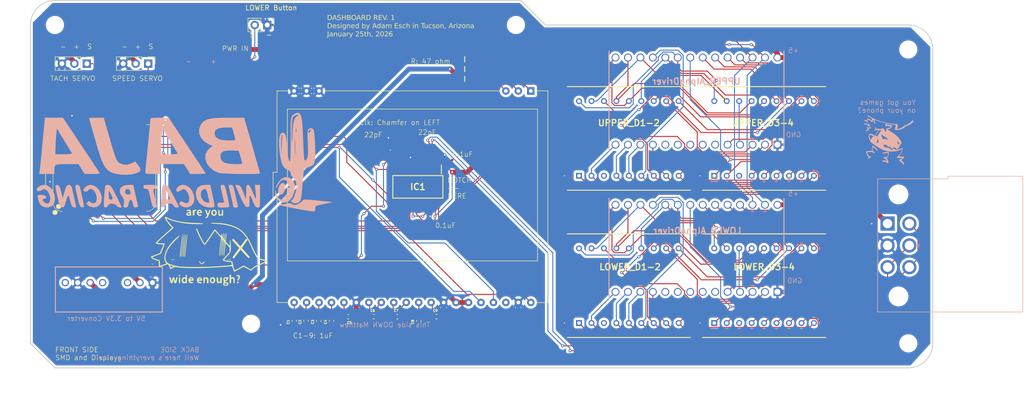
<source format=kicad_pcb>
(kicad_pcb (version 20241229) (generator "pcbnew") (generator_version "9.0")
  (layers (0 "F.Cu" signal) (2 "B.Cu" signal) (13 "F.Paste" user) (15 "B.Paste" user) (5 "F.SilkS" user "F.Silkscreen") (7 "B.SilkS" user "B.Silkscreen") (1 "F.Mask" user) (3 "B.Mask" user) (25 "Edge.Cuts" user))
  (net 0 "")
  (net 3 "ROW14_UPPER")
  (net 4 "SCL")
  (net 6 "ROW11_LOWER")
  (net 7 "ROW1_LOWER")
  (net 8 "COM_Digit1_LOWER")
  (net 9 "ROW6_LOWER")
  (net 10 "ROW13_LOWER")
  (net 11 "SDA")
  (net 12 "ROW8_LOWER")
  (net 13 "COM_Digit3_LOWER")
  (net 15 "ROW14_LOWER")
  (net 16 "COM_Digit4_LOWER")
  (net 18 "+5V")
  (net 19 "ROW4_LOWER")
  (net 21 "ROW0_LOWER")
  (net 22 "ROW9_LOWER")
  (net 23 "ROW10_LOWER")
  (net 24 "ROW12_LOWER")
  (net 25 "ROW7_LOWER")
  (net 26 "ROW5_LOWER")
  (net 27 "+3.3V")
  (net 29 "Net-(U3-V0)")
  (net 31 "SCK")
  (net 32 "SI")
  (net 33 "SO")
  (net 35 "Servo_Speed")
  (net 39 "Servo_Tach")
  (net 43 "COM_Digit2_LOWER")
  (net 44 "ROW2_LOWER")
  (net 45 "ROW3_LOWER")
  (net 46 "CAP2N")
  (net 47 "Net-(U3-CAP2P)")
  (net 48 "Net-(U3-CAP1P)")
  (net 49 "Net-(U3-CAP1N)")
  (net 50 "Net-(U3-CAP3P)")
  (net 52 "Net-(U3-V1)")
  (net 53 "Net-(U3-V2)")
  (net 54 "Net-(U3-V3)")
  (net 55 "Net-(U3-V4)")
  (net 56 "Net-(U3-VOUT)")
  (net 57 "CAN_OSC1")
  (net 58 "CAN_OSC2")
  (net 61 "CAN_CS")
  (net 63 "CAN_LOW")
  (net 65 "Net-(IC1-TXCAN)")
  (net 68 "Net-(IC1-RXCAN)")
  (net 69 "CAN_INT")
  (net 74 "CAN_HIGH")
  (net 75 "Net-(U3-A1+)")
  (net 76 "Net-(U3-A2+)")
  (net 77 "Net-(U3-A3+)")
  (net 78 "LCD_CS")
  (net 79 "LOWER_Button")
  (net 81 "COM_Digit1_UPPER")
  (net 82 "ROW0_UPPER")
  (net 85 "ROW2_UPPER")
  (net 86 "ROW9_UPPER")
  (net 87 "COM_Digit2_UPPER")
  (net 88 "ROW13_UPPER")
  (net 90 "ROW12_UPPER")
  (net 91 "ROW6_UPPER")
  (net 92 "COM_Digit3_UPPER")
  (net 93 "ROW3_UPPER")
  (net 95 "ROW5_UPPER")
  (net 96 "COM_Digit4_UPPER")
  (net 97 "ROW10_UPPER")
  (net 98 "ROW7_UPPER")
  (net 99 "ROW4_UPPER")
  (net 100 "ROW11_UPPER")
  (net 101 "ROW1_UPPER")
  (net 102 "ROW8_UPPER")
  (net 106 "GND")
  (footprint "MCP25625 - SSOP NEW CAN:SOP65P780X200-28N" (layer "F.Cu") (at 129.000325 96.045609 -90)
    (property "Reference" "IC1")
    (property "Value" "MCP25625-E_SS" (hide yes))
  )
  (footprint "YAGEO 1uF SMD Cap:CAPC1608X90" (layer "F.Cu") (at 103.810481 123.4 90)
    (property "Reference" "C1")
    (property "Value" "1uF")
  )
  (footprint "YAGEO 1uF SMD Cap:CAPC1608X90" (layer "F.Cu") (at 120.010481 122.55)
    (property "Reference" "C6")
    (property "Value" "1uF")
  )
  (footprint "TE 47ohm SMD Resistor:RESC2012X65N" (layer "F.Cu") (at 138.560481 72)
    (property "Reference" "R2" (hide yes))
    (property "Value" "47" (hide yes))
  )
  (footprint "YAGEO 1uF SMD Cap:CAPC1608X90" (layer "F.Cu") (at 114.810481 122.55 180)
    (property "Reference" "C5")
    (property "Value" "1uF")
  )
  (footprint "LOGO" (layer "F.Cu") (at 86 108.5)
    (property "Reference" "G***" (hide yes))
    (property "Value" "LOGO" (hide yes))
  )
  (footprint "YAGEO 1uF SMD Cap:CAPC1608X90" (layer "F.Cu") (at 124.810481 122.55)
    (property "Reference" "C7")
    (property "Value" "1uF")
  )
  (footprint "YAGEO 1uF SMD Cap:CAPC1608X90" (layer "F.Cu") (at 108.810481 123.4 90)
    (property "Reference" "C3")
    (property "Value" "1uF")
  )
  (footprint "MountingHole:MountingHole_3.2mm_M3" (layer "F.Cu") (at 149 63)
    (property "Reference" "REF**" (hide yes))
    (property "Value" "MountingHole_3.2mm_M3")
  )
  (footprint "Seeed Studio XIAO Series Library:XIAO-ESP32S3-SMD" (layer "F.Cu") (at 65.095481 92.167365 90)
    (property "Reference" "U1" (hide yes))
    (property "Value" "XIAO-ESP32-S3-SMD")
  )
  (footprint "YAGEO 0.1uF SMD Cap:CAPC0603X35N" (layer "F.Cu") (at 132.000325 103.045609 180)
    (property "Reference" "C12" (hide yes))
    (property "Value" "0.1 uF" (hide yes))
  )
  (footprint "Fiducial:Fiducial_0.75mm_Mask1.5mm" (layer "F.Cu") (at 224 67.5)
    (property "Reference" "REF**" (hide yes))
    (property "Value" "Fiducial_0.75mm_Mask1.5mm")
  )
  (footprint "Adafruit Dual Alphanumeric LED (Laptop):1908" (layer "F.Cu") (at 161.860325 93.777844)
    (property "Reference" "UPPER_D1-2")
    (property "Value" "2-digit Alphanumeric LED" (hide yes))
  )
  (footprint "TE 47ohm SMD Resistor:RESC2012X65N" (layer "F.Cu") (at 138.560481 74)
    (property "Reference" "R3" (hide yes))
    (property "Value" "47" (hide yes))
  )
  (footprint "Fiducial:Fiducial_0.75mm_Mask1.5mm" (layer "F.Cu") (at 225.5 128)
    (property "Reference" "REF**" (hide yes))
    (property "Value" "Fiducial_0.75mm_Mask1.5mm")
  )
  (footprint "YAGEO 0.1uF SMD Cap:CAPC0603X35N" (layer "F.Cu") (at 135.670325 90.545609 180)
    (property "Reference" "C11" (hide yes))
    (property "Value" "0.1 uF" (hide yes))
  )
  (footprint "Connector_PinHeader_2.54mm:PinHeader_1x02_P2.54mm_Vertical" (layer "F.Cu") (at 98.285481 63 -90)
    (property "Reference" "J6" (hide yes))
    (property "Value" "LOWER Button")
  )
  (footprint "TE 47ohm SMD Resistor:RESC2012X65N" (layer "F.Cu") (at 138.560481 70)
    (property "Reference" "R1" (hide yes))
    (property "Value" "47" (hide yes))
  )
  (footprint "YAGEO 1uF SMD Cap:CAPC1608X90" (layer "F.Cu") (at 132.810481 122.55)
    (property "Reference" "C9")
    (property "Value" "1uF")
  )
  (footprint "Fiducial:Fiducial_0.75mm_Mask1.5mm" (layer "F.Cu") (at 55 127.5)
    (property "Reference" "REF**" (hide yes))
    (property "Value" "Fiducial_0.75mm_Mask1.5mm")
  )
  (footprint "Adafruit Dual Alphanumeric LED (Laptop):1908" (layer "F.Cu") (at 189.440325 93.777844)
    (property "Reference" "UPPER_D3-4")
    (property "Value" "2-digit Alphanumeric LED" (hide yes))
  )
  (footprint "Fiducial:Fiducial_0.75mm_Mask1.5mm" (layer "F.Cu") (at 55 67.5)
    (property "Reference" "REF**" (hide yes))
    (property "Value" "Fiducial_0.75mm_Mask1.5mm" (hide yes))
  )
  (footprint "YAGEO 1uF SMD Cap:CAPC1608X90" (layer "F.Cu") (at 111.410481 123.4 90)
    (property "Reference" "C4")
    (property "Value" "1uF")
  )
  (footprint "KEMET 22pF SMD Cap:CAPC1608X87N" (layer "F.Cu") (at 129.500325 87.920609 -90)
    (property "Reference" "C14" (hide yes))
    (property "Value" "22 pF" (hide yes))
  )
  (footprint "MountingHole:MountingHole_3.2mm_M3" (layer "F.Cu") (at 55 63)
    (property "Reference" "REF**" (hide yes))
    (property "Value" "MountingHole_3.2mm_M3")
  )
  (footprint "ABM10AIG-16MHZ CRYSTAL:ABM10AIG16000MHZ4ZT3" (layer "F.Cu") (at 125.250325 87.920609)
    (property "Reference" "Y1" (hide yes))
    (property "Value" "ABM10AIG-16.000MHZ-4Z-T3" (hide yes))
  )
  (footprint "MountingHole:MountingHole_3.2mm_M3" (layer "F.Cu") (at 95 124)
    (property "Reference" "REF**" (hide yes))
    (property "Value" "MountingHole_3.2mm_M3")
  )
  (footprint "Display:EA_DOGM128-6" (layer "F.Cu") (at 152.030325 76.468109 -90)
    (property "Reference" "U3" (hide yes))
    (property "Value" "EA DOGM128W-6" (hide yes))
  )
  (footprint "KEMET 22pF SMD Cap:CAPC1608X87N" (layer "F.Cu") (at 121.000325 87.920609 90)
    (property "Reference" "C13" (hide yes))
    (property "Value" "22 pF" (hide yes))
  )
  (footprint "Adafruit Dual Alphanumeric LED (Laptop):1908" (layer "F.Cu") (at 161.860325 123.84)
    (property "Reference" "LOWER_D1-2")
    (property "Value" "2-digit Alphanumeric LED" (hide yes))
  )
  (footprint "YAGEO 1uF SMD Cap:CAPC1608X90" (layer "F.Cu") (at 129.210481 123.4 90)
    (property "Reference" "C8")
    (property "Value" "1uF")
  )
  (footprint "MountingHole:MountingHole_3.2mm_M3" (layer "F.Cu") (at 229 68)
    (property "Reference" "REF**" (hide yes))
    (property "Value" "MountingHole_3.2mm_M3")
  )
  (footprint "Connector_PinHeader_2.54mm:PinHeader_1x03_P2.54mm_Vertical" (layer "F.Cu") (at 74.010481 70.891001 -90)
    (property "Reference" "J2" (hide yes))
    (property "Value" "SPEED-SERVO" (hide yes))
  )
  (footprint "Connector_PinHeader_2.54mm:PinHeader_1x03_P2.54mm_Vertical" (layer "F.Cu") (at 61.510481 70.891001 -90)
    (property "Reference" "J1" (hide yes))
    (property "Value" "TACH-SERVO" (hide yes))
  )
  (footprint "MountingHole:MountingHole_3.2mm_M3" (layer "F.Cu") (at 229.010481 128)
    (property "Reference" "REF**" (hide yes))
    (property "Value" "MountingHole_3.2mm_M3")
  )
  (footprint "Adafruit Dual Alphanumeric LED (Laptop):1908" (layer "F.Cu") (at 189.440325 123.84)
    (property "Reference" "LOWER_D3-4")
    (property "Value" "2-digit Alphanumeric LED" (hide yes))
  )
  (footprint "YAGEO 1uF SMD Cap:CAPC1608X90" (layer "F.Cu") (at 106.210481 123.4 90)
    (property "Reference" "C2")
    (property "Value" "1uF")
  )
  (footprint "DTF13-6P:TE_DTF13-6P" (layer "B.Cu") (at 227 108 -90)
    (property "Reference" "J7" (hide yes))
    (property "Value" "DTF13-6P")
  )
  (footprint "BAJA SAE:Untitled" (layer "B.Cu") (at 81.5 91 180)
    (property "Reference" "G***" (hide yes))
    (property "Value" "LOGO" (hide yes))
  )
  (footprint "RS3K-053.3S_H3:RS3K0533SH3" (layer "B.Cu") (at 74.89 115.6 180)
    (property "Reference" "PS2" (hide yes))
    (property "Value" "RS3K-053.3S_H3" (hide yes))
  )
  (footprint "Adafruit HT16K33 Breakout (Laptop):DIP1778W100P254L3556H630Q28N" (layer "B.Cu") (at 185.810325 78.537844 90)
    (property "Reference" "UPPER_AlphaDriver")
    (property "Value" "Alphanumeric Driver UPPER" (hide yes))
  )
  (footprint "LOGO" (layer "B.Cu") (at 225 86.5 180)
    (property "Reference" "G***" (hide yes))
    (property "Value" "LOGO" (hide yes))
  )
  (footprint "Adafruit HT16K33 Breakout (Laptop):DIP1778W100P254L3556H630Q28N" (layer "B.Cu") (at 185.810325 108.6 90)
    (property "Reference" "LOWER_AlphaDriver")
    (property "Value" "Alphanumeric Driver LOWER" (hide yes))
  )
  (gr_line (start 229 63) (end 155 63) (stroke (width 0.2)) (layer "Edge.Cuts"))
  (gr_line (start 55 133) (end 229 133) (stroke (width 0.2)) (layer "Edge.Cuts"))
  (gr_arc (start 229 63) (mid 232.535534 64.464466) (end 234 68) (stroke (width 0.2)) (layer "Edge.Cuts"))
  (gr_line (start 150 58) (end 55 58) (stroke (width 0.2)) (layer "Edge.Cuts"))
  (gr_arc (start 234 128) (mid 232.535534 131.535534) (end 229 133) (stroke (width 0.2)) (layer "Edge.Cuts"))
  (gr_line (start 234 128) (end 234 68) (stroke (width 0.2)) (layer "Edge.Cuts"))
  (gr_line (start 50 128) (end 55 133) (stroke (width 0.2)) (layer "Edge.Cuts"))
  (gr_line (start 50 63) (end 50 128) (stroke (width 0.2)) (layer "Edge.Cuts"))
  (gr_line (start 155 63) (end 150 58) (stroke (width 0.2)) (layer "Edge.Cuts"))
  (gr_arc (start 50 63) (mid 51.464466 59.464466) (end 55 58) (stroke (width 0.2)) (layer "Edge.Cuts"))
  (gr_text "0.1uF" (at 136 90 0) (layer "F.SilkS") (effects (font (size 1 1) (thickness 0.1)) (justify left bottom)))
  (gr_text "SPEED SERVO" (at 66.613 74.5 0) (layer "F.SilkS") (effects (font (size 1 1) (thickness 0.1)) (justify left bottom)))
  (gr_text "TACH SERVO" (at 54 74.5 0) (layer "F.SilkS") (effects (font (size 1 1) (thickness 0.1)) (justify left bottom)))
  (gr_text "FRONT SIDE\nSMD and Displays" (at 55 131.5 0) (layer "F.SilkS") (effects (font (size 1 1) (thickness 0.1)) (justify left bottom)))
  (gr_text "0.1uF" (at 132.5 104.5 0) (layer "F.SilkS") (effects (font (size 1 1) (thickness 0.1)) (justify left bottom)))
  (gr_text "-  +  S" (at 68.5 68 0) (layer "F.SilkS") (effects (font (size 1 1) (thickness 0.1)) (justify left bottom)))
  (gr_text "PWR IN" (at 89 68.391001 0) (layer "F.SilkS") (effects (font (size 1 1) (thickness 0.1)) (justify left bottom)))
  (gr_text "-  +  S" (at 56 68 0) (layer "F.SilkS") (effects (font (size 1 1) (thickness 0.1)) (justify left bottom)))
  (gr_text "C1-9: 1uF" (at 103.5 127 0) (layer "F.SilkS") (effects (font (size 1 1) (thickness 0.1)) (justify left bottom)))
  (gr_text "R: 47 ohm" (at 127.5 71 0) (layer "F.SilkS") (effects (font (size 1 1) (thickness 0.1)) (justify left bottom)))
  (gr_text "22pF" (at 129 85.5 0) (layer "F.SilkS") (effects (font (size 1 1) (thickness 0.1)) (justify left bottom)))
  (gr_text "LOWER Button" (at 99.1 59.5 0) (layer "F.SilkS") (effects (font (size 1 1))))
  (gr_text "NOTCH \n<-\nHERE" (at 135 98.5 0) (layer "F.SilkS") (effects (font (size 1 1) (thickness 0.1)) (justify left bottom)))
  (gr_text "DASHBOARD REV. 1\nDesigned by Adam Esch in Tucson, Arizona\nJanuary 25th, 2026" (at 110.5 65.5 0) (layer "F.SilkS") (effects (font (size 1 1) (thickness 0.1)) (justify left bottom)))
  (gr_text "Clk: Chamfer on LEFT" (at 117 83.5 0) (layer "F.SilkS") (effects (font (size 1 1) (thickness 0.1)) (justify left bottom)))
  (gr_text "22pF" (at 118 86 0) (layer "F.SilkS") (effects (font (size 1 1) (thickness 0.1)) (justify left bottom)))
  (gr_text "S   -" (at 97.015481 65 0) (layer "F.SilkS") (effects (font (size 1 1))))
  (gr_text "GND" (at 207.2 86 0) (layer "B.SilkS") (effects (font (size 1 1) (thickness 0.1)) (justify left bottom mirror)))
  (gr_text "You got games \non your phone?" (at 230.6 81 0) (layer "B.SilkS") (effects (font (size 1 1) (thickness 0.1)) (justify left bottom mirror)))
  (gr_text "+5" (at 206.771429 98 0) (layer "B.SilkS") (effects (font (size 1 1) (thickness 0.1)) (justify left bottom mirror)))
  (gr_text "-     +" (at 81.6 70 180) (layer "B.SilkS") (effects (font (size 1 1) (thickness 0.1)) (justify left bottom mirror)))
  (gr_text "This side DOWN Matthew" (at 131.6 124.8 0) (layer "B.SilkS") (effects (font (size 1 1) (thickness 0.1)) (justify left bottom mirror)))
  (gr_text "GND" (at 207.449844 115.8 0) (layer "B.SilkS") (effects (font (size 1 1) (thickness 0.1)) (justify left bottom mirror)))
  (gr_text "+5" (at 206.771429 68.8 0) (layer "B.SilkS") (effects (font (size 1 1) (thickness 0.1)) (justify left bottom mirror)))
  (gr_text "BACK SIDE\nWell here's everything else" (at 84.5 131.5 0) (layer "B.SilkS") (effects (font (size 1 1) (thickness 0.1)) (justify left bottom mirror)))
  (gr_text "5V to 3.3V Converter" (at 73.5 123.5 0) (layer "B.SilkS") (effects (font (size 1 1) (thickness 0.1)) (justify left bottom mirror)))
  (segment (start 181.020325 95.157844) (end 210.061325 95.157844) (width 0.2) (layer "F.Cu") (net 3))
  (segment (start 176.920325 87.427844) (end 176.920325 91.057844) (width 0.2) (layer "F.Cu") (net 3))
  (segment (start 210.661325 94.557844) (end 210.661325 93.404637) (width 0.2) (layer "F.Cu") (net 3))
  (segment (start 210.133532 92.876844) (end 208.121325 92.876844) (width 0.2) (layer "F.Cu") (net 3))
  (segment (start 208.121325 92.876844) (end 207.220325 93.777844) (width 0.2) (layer "F.Cu") (net 3))
  (segment (start 210.661325 93.404637) (end 210.133532 92.876844) (width 0.2) (layer "F.Cu") (net 3))
  (segment (start 179.640325 93.777844) (end 181.020325 95.157844) (width 0.2) (layer "F.Cu") (net 3))
  (segment (start 176.920325 91.057844) (end 179.640325 93.777844) (width 0.2) (layer "F.Cu") (net 3))
  (segment (start 210.061325 95.157844) (end 210.661325 94.557844) (width 0.2) (layer "F.Cu") (net 3))
  (segment (start 140.010481 95.502) (end 167.510481 68.002) (width 0.2) (layer "F.Cu") (net 4))
  (segment (start 127.5 105.246609) (end 134.790689 105.246609) (width 0.2) (layer "F.Cu") (net 4))
  (segment (start 70.222481 100.228729) (end 74.091304 104.097552) (width 0.2) (layer "F.Cu") (net 4))
  (segment (start 134.790689 105.246609) (end 139.010481 101.026817) (width 0.2) (layer "F.Cu") (net 4))
  (segment (start 126.350943 104.097552) (end 127.5 105.246609) (width 0.2) (layer "F.Cu") (net 4))
  (segment (start 140.008481 95.502) (end 140.010481 95.502) (width 0.2) (layer "F.Cu") (net 4))
  (segment (start 74.091304 104.097552) (end 126.350943 104.097552) (width 0.2) (layer "F.Cu") (net 4))
  (segment (start 193.693481 66.101) (end 197.240325 69.647844) (width 0.2) (layer "F.Cu") (net 4))
  (segment (start 169.399 66.101) (end 193.693481 66.101) (width 0.2) (layer "F.Cu") (net 4))
  (segment (start 139.010481 96.5) (end 140.008481 95.502) (width 0.2) (layer "F.Cu") (net 4))
  (segment (start 167.510481 67.989519) (end 169.399 66.101) (width 0.2) (layer "F.Cu") (net 4))
  (segment (start 139.010481 101.026817) (end 139.010481 96.5) (width 0.2) (layer "F.Cu") (net 4))
  (segment (start 167.510481 68.002) (end 167.510481 67.989519) (width 0.2) (layer "F.Cu") (net 4))
  (segment (start 197.240325 69.647844) (end 193.556956 73.331213) (width 0.2) (layer "B.Cu") (net 4))
  (segment (start 193.556956 73.331213) (end 193.556956 94.556956) (width 0.2) (layer "B.Cu") (net 4))
  (segment (start 193.556956 94.556956) (end 197.240325 98.240325) (width 0.2) (layer "B.Cu") (net 4))
  (segment (start 197.240325 98.240325) (end 197.240325 99.71) (width 0.2) (layer "B.Cu") (net 4))
  (segment (start 167.785325 127.225) (end 210.891825 127.225) (width 0.2) (layer "F.Cu") (net 6))
  (segment (start 210.891825 127.225) (end 212.666327 125.450498) (width 0.2) (layer "F.Cu") (net 6))
  (segment (start 212.666327 122.636296) (end 210.964032 120.934) (width 0.2) (layer "F.Cu") (net 6))
  (segment (start 212.666327 125.450498) (end 212.666327 122.636296) (width 0.2) (layer "F.Cu") (net 6))
  (segment (start 194.886325 120.934) (end 191.980325 123.84) (width 0.2) (layer "F.Cu") (net 6))
  (segment (start 210.964032 120.934) (end 194.886325 120.934) (width 0.2) (layer "F.Cu") (net 6))
  (segment (start 164.400325 123.84) (end 167.785325 127.225) (width 0.2) (layer "F.Cu") (net 6))
  (segment (start 164.400325 122.39) (end 169.300325 117.49) (width 0.2) (layer "B.Cu") (net 6))
  (segment (start 164.400325 123.84) (end 164.400325 122.39) (width 0.2) (layer "B.Cu") (net 6))
  (segment (start 205.581325 108.973207) (end 200.134532 114.42) (width 0.2) (layer "F.Cu") (net 7))
  (segment (start 209.760325 108.599999) (end 209.760325 108.6) (width 0.2) (layer "F.Cu") (net 7))
  (segment (start 200.134532 114.42) (end 188.000325 114.42) (width 0.2) (layer "F.Cu") (net 7))
  (segment (start 200.368118 101.22) (end 206.847118 107.699) (width 0.2) (layer "F.Cu") (net 7))
  (segment (start 206.847118 107.699) (end 205.581325 108.964793) (width 0.2) (layer "F.Cu") (net 7))
  (segment (start 198 101.22) (end 200.368118 101.22) (width 0.2) (layer "F.Cu") (net 7))
  (segment (start 192.160325 99.71) (end 193.670325 101.22) (width 0.2) (layer "F.Cu") (net 7))
  (segment (start 209.760325 108.6) (end 208.859325 107.699) (width 0.2) (layer "F.Cu") (net 7))
  (segment (start 208.859325 107.699) (end 206.847118 107.699) (width 0.2) (layer "F.Cu") (net 7))
  (segment (start 188.000325 114.42) (end 182.180325 108.6) (width 0.2) (layer "F.Cu") (net 7))
  (segment (start 205.581325 108.964793) (end 205.581325 108.973207) (width 0.2) (layer "F.Cu") (net 7))
  (segment (start 193.670325 101.22) (end 198 101.22) (width 0.2) (layer "F.Cu") (net 7))
  (segment (start 183.400325 117.90705) (end 183.400325 117.33295) (width 0.2) (layer "F.Cu") (net 8))
  (segment (start 183.400325 117.33295) (end 181.887375 115.82) (width 0.2) (layer "F.Cu") (net 8))
  (segment (start 197.877325 119.393) (end 184.886275 119.393) (width 0.2) (layer "F.Cu") (net 8))
  (segment (start 199.780325 117.49) (end 197.877325 119.393) (width 0.2) (layer "F.Cu") (net 8))
  (segment (start 174.160325 115.82) (end 166.940325 108.6) (width 0.2) (layer "F.Cu") (net 8))
  (segment (start 181.887375 115.82) (end 174.160325 115.82) (width 0.2) (layer "F.Cu") (net 8))
  (segment (start 184.886275 119.393) (end 183.400325 117.90705) (width 0.2) (layer "F.Cu") (net 8))
  (segment (start 182.724325 102.974) (end 187.305481 102.974) (width 0.2) (layer "F.Cu") (net 9))
  (segment (start 179.460325 99.71) (end 182.724325 102.974) (width 0.2) (layer "F.Cu") (net 9))
  (segment (start 191.700325 107.368844) (end 200.909169 107.368844) (width 0.2) (layer "F.Cu") (net 9))
  (segment (start 187.305481 102.974) (end 191.700325 107.368844) (width 0.2) (layer "F.Cu") (net 9))
  (segment (start 200.909169 107.368844) (end 202.140325 108.6) (width 0.2) (layer "F.Cu") (net 9))
  (segment (start 174.560325 104.61) (end 179.460325 99.71) (width 0.2) (layer "B.Cu") (net 9))
  (segment (start 174.560325 108.6) (end 174.560325 104.61) (width 0.2) (layer "B.Cu") (net 9))
  (segment (start 174.603325 126.423) (end 210.559625 126.423) (width 0.2) (layer "F.Cu") (net 10))
  (segment (start 211.864327 125.118298) (end 211.864327 122.968496) (width 0.2) (layer "F.Cu") (net 10))
  (segment (start 210.631832 121.736) (end 201.704325 121.736) (width 0.2) (layer "F.Cu") (net 10))
  (segment (start 201.704325 121.736) (end 199.600325 123.84) (width 0.2) (layer "F.Cu") (net 10))
  (segment (start 172.020325 123.84) (end 174.603325 126.423) (width 0.2) (layer "F.Cu") (net 10))
  (segment (start 211.864327 122.968496) (end 211.658079 122.762246) (width 0.2) (layer "F.Cu") (net 10))
  (segment (start 210.559625 126.423) (end 211.864327 125.118298) (width 0.2) (layer "F.Cu") (net 10))
  (segment (start 211.658079 122.762246) (end 210.631832 121.736) (width 0.2) (layer "F.Cu") (net 10))
  (segment (start 172.020325 119.85) (end 174.380325 117.49) (width 0.2) (layer "B.Cu") (net 10))
  (segment (start 172.020325 123.84) (end 172.020325 119.85) (width 0.2) (layer "B.Cu") (net 10))
  (segment (start 197.132481 67) (end 199.780325 69.647844) (width 0.2) (layer "F.Cu") (net 11))
  (segment (start 139.538791 96.53879) (end 139.540791 96.53879) (width 0.2) (layer "F.Cu") (net 11))
  (segment (start 67.682481 100.228729) (end 71.953752 104.5) (width 0.2) (layer "F.Cu") (net 11))
  (segment (start 139.540791 96.53879) (end 169.079581 67) (width 0.2) (layer "F.Cu") (net 11))
  (segment (start 127.3339 105.647609) (end 136.429973 105.647609) (width 0.2) (layer "F.Cu") (net 11))
  (segment (start 197 67) (end 197.132481 67) (width 0.2) (layer "F.Cu") (net 11))
  (segment (start 169.079581 67) (end 192.5 67) (width 0.2) (layer "F.Cu") (net 11))
  (segment (start 136.538791 105.538791) (end 139.538791 102.53879) (width 0.2) (layer "F.Cu") (net 11))
  (segment (start 71.953752 104.5) (end 126.186291 104.5) (width 0.2) (layer "F.Cu") (net 11))
  (segment (start 139.538791 102.53879) (end 139.538791 96.53879) (width 0.2) (layer "F.Cu") (net 11))
  (segment (start 126.186291 104.5) (end 127.3339 105.647609) (width 0.2) (layer "F.Cu") (net 11))
  (segment (start 136.429973 105.647609) (end 136.538791 105.538791) (width 0.2) (layer "F.Cu") (net 11))
  (via (at 192.5 67) (size 0.6) (drill 0.3) (layers "F.Cu" "B.Cu") (net 11))
  (via (at 197 67) (size 0.6) (drill 0.3) (layers "F.Cu" "B.Cu") (net 11))
  (segment (start 196.139325 73.288844) (end 196.139325 96.069) (width 0.2) (layer "B.Cu") (net 11))
  (segment (start 196.139325 96.069) (end 199.780325 99.71) (width 0.2) (layer "B.Cu") (net 11))
  (segment (start 199.780325 69.647844) (end 196.139325 73.288844) (width 0.2) (layer "B.Cu") (net 11))
  (segment (start 192.5 67) (end 197 67) (width 0.2) (layer "B.Cu") (net 11))
  (segment (start 178.045325 103.375) (end 186.755325 103.375) (width 0.2) (layer "F.Cu") (net 12))
  (segment (start 186.755325 103.375) (end 191.980325 108.6) (width 0.2) (layer "F.Cu") (net 12))
  (segment (start 174.380325 99.71) (end 178.045325 103.375) (width 0.2) (layer "F.Cu") (net 12))
  (segment (start 165.490325 108.6) (end 164.400325 108.6) (width 0.2) (layer "B.Cu") (net 12))
  (segment (start 174.380325 99.71) (end 165.490325 108.6) (width 0.2) (layer "B.Cu") (net 12))
  (segment (start 194.520325 108.6) (end 194.520325 117.31) (width 0.2) (layer "B.Cu") (net 13))
  (segment (start 181.020325 125.22) (end 210.061325 125.22) (width 0.2) (layer "F.Cu") (net 15))
  (segment (start 176.920325 117.49) (end 176.920325 121.12) (width 0.2) (layer "F.Cu") (net 15))
  (segment (start 176.920325 121.12) (end 181.020325 125.22) (width 0.2) (layer "F.Cu") (net 15))
  (segment (start 210.661325 124.62) (end 210.661325 123.466793) (width 0.2) (layer "F.Cu") (net 15))
  (segment (start 210.661325 123.466793) (end 210.133532 122.939) (width 0.2) (layer "F.Cu") (net 15))
  (segment (start 208.121325 122.939) (end 207.220325 123.84) (width 0.2) (layer "F.Cu") (net 15))
  (segment (start 210.133532 122.939) (end 208.121325 122.939) (width 0.2) (layer "F.Cu") (net 15))
  (segment (start 210.061325 125.22) (end 210.661325 124.62) (width 0.2) (layer "F.Cu") (net 15))
  (segment (start 207.220325 108.6) (end 199.431325 116.389) (width 0.2) (layer "F.Cu") (net 16))
  (segment (start 199.431325 116.389) (end 193.261325 116.389) (width 0.2) (layer "F.Cu") (net 16))
  (segment (start 193.261325 116.389) (end 192.160325 117.49) (width 0.2) (layer "F.Cu") (net 16))
  (segment (start 57.010481 68.590001) (end 56.113772 68.590001) (width 1) (layer "F.Cu") (net 18))
  (segment (start 128.000325 104.545609) (end 134.500325 104.545609) (width 0.2) (layer "F.Cu") (net 18))
  (segment (start 217 93.178818) (end 210.468818 99.71) (width 1) (layer "F.Cu") (net 18))
  (segment (start 132.500325 102.045609) (end 132.500325 102.875609) (width 0.2) (layer "F.Cu") (net 18))
  (segment (start 207.147844 69.647844) (end 217 79.5) (width 1) (layer "F.Cu") (net 18))
  (segment (start 164 68) (end 164.055241 68.055241) (width 1) (layer "F.Cu") (net 18))
  (segment (start 132.575325 101.970609) (end 132.500325 102.045609) (width 0.2) (layer "F.Cu") (net 18))
  (segment (start 217 95.78) (end 224.77 103.55) (width 1) (layer "F.Cu") (net 18))
  (segment (start 127.375325 103.920609) (end 128.000325 104.545609) (width 0.2) (layer "F.Cu") (net 18))
  (segment (start 135.000325 92.495609) (end 136.000325 91.495609) (width 0.2) (layer "F.Cu") (net 18))
  (segment (start 136.000325 93.045609) (end 139.064872 93.045609) (width 1) (layer "F.Cu") (net 18))
  (segment (start 139.064872 93.045609) (end 164.055241 68.055241) (width 1) (layer "F.Cu") (net 18))
  (segment (start 135.450325 92.495609) (end 136.000325 93.045609) (width 0.2) (layer "F.Cu") (net 18))
  (segment (start 56.113772 68.590001) (end 54.607127 70.096646) (width 1) (layer "F.Cu") (net 18))
  (segment (start 198.510481 65) (end 167.110482 65) (width 1) (layer "F.Cu") (net 18))
  (segment (start 56.113772 68.590001) (end 55.607127 69.096646) (width 1) (layer "F.Cu") (net 18))
  (segment (start 137.000325 102.045609) (end 137.000325 94.045609) (width 0.2) (layer "F.Cu") (net 18))
  (segment (start 55.607127 69.096646) (end 54.607127 70.096646) (width 1) (layer "F.Cu") (net 18))
  (segment (start 217 88) (end 217 93.178818) (width 1) (layer "F.Cu") (net 18))
  (segment (start 70.599 113.849) (end 72.35 115.6) (width 1) (layer "F.Cu") (net 18))
  (segment (start 167.110482 65) (end 164.055241 68.055241) (width 1) (layer "F.Cu") (net 18))
  (segment (start 55.607127 69.096646) (end 55.663771 69.040001) (width 1) (layer "F.Cu") (net 18))
  (segment (start 54.607127 70.096646) (end 53.010481 71.693291) (width 1) (layer "F.Cu") (net 18))
  (segment (start 136.000325 91.495609) (end 136.000325 90.545609) (width 0.2) (layer "F.Cu") (net 18))
  (segment (start 51.5 101) (end 64.349 113.849) (width 1) (layer "F.Cu") (net 18))
  (segment (start 217 79.5) (end 217 88) (width 1) (layer "F.Cu") (net 18))
  (segment (start 69.510481 68.590001) (end 57.010481 68.590001) (width 1) (layer "F.Cu") (net 18))
  (segment (start 137.000325 94.045609) (end 136.000325 93.045609) (width 0.2) (layer "F.Cu") (net 18))
  (segment (start 89.311481 68.590001) (end 89.901482 68) (width 1) (layer "F.Cu") (net 18))
  (segment (start 202.320325 68.809844) (end 198.510481 65) (width 1) (layer "F.Cu") (net 18))
  (segment (start 202.320325 69.647844) (end 207.147844 69.647844) (width 1) (layer "F.Cu") (net 18))
  (segment (start 64.349 113.849) (end 70.599 113.849) (width 1) (layer "F.Cu") (net 18))
  (segment (start 132.500325 102.875609) (end 132.330325 103.045609) (width 0.2) (layer "F.Cu") (net 18))
  (segment (start 57.010481 68.590001) (end 58.970481 70.550001) (width 1) (layer "F.Cu") (net 18))
  (segment (start 217 88) (end 217 95.78) (width 1) (layer "F.Cu") (net 18))
  (segment (start 89.901482 68) (end 164 68) (width 1) (layer "F.Cu") (net 18))
  (segment (start 132.575325 99.595609) (end 132.575325 101.970609) (width 0.2) (layer "F.Cu") (net 18))
  (segment (start 135.000325 92.495609) (end 135.450325 92.495609) (width 0.2) (layer "F.Cu") (net 18))
  (segment (start 69.510481 68.590001) (end 71.470481 70.550001) (width 1) (layer "F.Cu") (net 18))
  (segment (start 53.010481 79.891001) (end 51.5 81.401482) (width 1) (layer "F.Cu") (net 18))
  (segment (start 202.320325 69.647844) (end 202.320325 68.809844) (width 1) (layer "F.Cu") (net 18))
  (segment (start 134.500325 104.545609) (end 137.000325 102.045609) (width 0.2) (layer "F.Cu") (net 18))
  (segment (start 69.510481 68.590001) (end 89.311481 68.590001) (width 1) (layer "F.Cu") (net 18))
  (segment (start 53.010481 71.693291) (end 53.010481 79.891001) (width 1) (layer "F.Cu") (net 18))
  (segment (start 127.375325 99.595609) (end 127.375325 103.920609) (width 0.2) (layer "F.Cu") (net 18))
  (segment (start 51.5 81.401482) (end 51.5 101) (width 1) (layer "F.Cu") (net 18))
  (segment (start 133.225325 92.495609) (end 135.000325 92.495609) (width 0.2) (layer "F.Cu") (net 18))
  (segment (start 53.010481 79.891001) (end 57.183209 84.063729) (width 1) (layer "F.Cu") (net 18))
  (segment (start 210.468818 99.71) (end 202.320325 99.71) (width 1) (layer "F.Cu") (net 18))
  (via (at 136.000325 93.045609) (size 0.6) (drill 0.3) (layers "F.Cu" "B.Cu") (net 18))
  (via (at 132.500325 102.045609) (size 0.6) (drill 0.3) (layers "F.Cu" "B.Cu") (net 18))
  (segment (start 136.000325 93.045609) (end 136.000325 98.545609) (width 0.2) (layer "B.Cu") (net 18))
  (segment (start 136.000325 98.545609) (end 132.500325 102.045609) (width 0.2) (layer "B.Cu") (net 18))
  (segment (start 192.800325 120.533) (end 192.747325 120.533) (width 0.2) (layer "F.Cu") (net 19))
  (segment (start 192.747325 120.533) (end 189.440325 123.84) (width 0.2) (layer "F.Cu") (net 19))
  (segment (start 161.860325 123.84) (end 165.646325 127.626) (width 0.2) (layer "F.Cu") (net 19))
  (segment (start 213.067327 122.470196) (end 211.130132 120.533) (width 0.2) (layer "F.Cu") (net 19))
  (segment (start 211.057925 127.626) (end 213.067327 125.616598) (width 0.2) (layer "F.Cu") (net 19))
  (segment (start 213.067327 125.616598) (end 213.067327 122.470196) (width 0.2) (layer "F.Cu") (net 19))
  (segment (start 211.130132 120.533) (end 192.800325 120.533) (width 0.2) (layer "F.Cu") (net 19))
  (segment (start 165.646325 127.626) (end 211.057925 127.626) (width 0.2) (layer "F.Cu") (net 19))
  (via (at 192.800325 120.533) (size 0.6) (drill 0.3) (layers "F.Cu" "B.Cu") (net 19))
  (segment (start 190.721325 114.499) (end 190.721325 118.454) (width 0.2) (layer "B.Cu") (net 19))
  (segment (start 190.721325 118.454) (end 192.800325 120.533) (width 0.2) (layer "B.Cu") (net 19))
  (segment (start 184.540325 99.71) (end 184.540325 108.318) (width 0.2) (layer "B.Cu") (net 19))
  (segment (start 184.540325 108.318) (end 190.721325 114.499) (width 0.2) (layer "B.Cu") (net 19))
  (segment (start 197.700325 101.62) (end 204.680325 108.6) (width 0.2) (layer "F.Cu") (net 21))
  (segment (start 191.530325 101.62) (end 197.700325 101.62) (width 0.2) (layer "F.Cu") (net 21))
  (segment (start 189.620325 99.71) (end 191.530325 101.62) (width 0.2) (layer "F.Cu") (net 21))
  (segment (start 186.800325 115.02) (end 181.279325 109.499) (width 0.2) (layer "F.Cu") (net 21))
  (segment (start 181.279325 108.964793) (end 180.013532 107.699) (width 0.2) (layer "F.Cu") (net 21))
  (segment (start 180.013532 107.699) (end 178.001325 107.699) (width 0.2) (layer "F.Cu") (net 21))
  (segment (start 178.001325 107.699) (end 177.100325 108.6) (width 0.2) (layer "F.Cu") (net 21))
  (segment (start 181.279325 109.499) (end 181.279325 108.964793) (width 0.2) (layer "F.Cu") (net 21))
  (segment (start 198.200325 115.02) (end 186.800325 115.02) (width 0.2) (layer "F.Cu") (net 21))
  (via (at 198.200325 115.02) (size 0.6) (drill 0.3) (layers "F.Cu" "B.Cu") (net 21))
  (segment (start 204.680325 108.6) (end 198.260325 115.02) (width 0.2) (layer "B.Cu") (net 21))
  (segment (start 194.640325 111.02) (end 197.060325 108.6) (width 0.2) (layer "F.Cu") (net 22))
  (segment (start 182.118581 105.02) (end 188.118581 111.02) (width 0.2) (layer "F.Cu") (net 22))
  (segment (start 173.060325 105.02) (end 182.118581 105.02) (width 0.2) (layer "F.Cu") (net 22))
  (segment (start 171.840325 99.71) (end 171.840325 105.408844) (width 0.2) (layer "F.Cu") (net 22))
  (segment (start 169.480325 108.6) (end 173.060325 105.02) (width 0.2) (layer "F.Cu") (net 22))
  (segment (start 171.840325 105.408844) (end 169.480325 107.768844) (width 0.2) (layer "F.Cu") (net 22))
  (segment (start 188.118581 111.02) (end 194.640325 111.02) (width 0.2) (layer "F.Cu") (net 22))
  (segment (start 169.480325 108.6) (end 169.480325 107.768844) (width 0.2) (layer "F.Cu") (net 22))
  (segment (start 187.952481 111.421) (end 196.779325 111.421) (width 0.2) (layer "F.Cu") (net 23))
  (segment (start 168.579325 100.431) (end 169.300325 99.71) (width 0.2) (layer "F.Cu") (net 23))
  (segment (start 182.500325 105.968844) (end 187.952481 111.421) (width 0.2) (layer "F.Cu") (net 23))
  (segment (start 168.579325 108.973207) (end 168.579325 100.431) (width 0.2) (layer "F.Cu") (net 23))
  (segment (start 171.119325 109.501) (end 169.107118 109.501) (width 0.2) (layer "F.Cu") (net 23))
  (segment (start 172.020325 108.6) (end 171.119325 109.501) (width 0.2) (layer "F.Cu") (net 23))
  (segment (start 174.651481 105.968844) (end 182.500325 105.968844) (width 0.2) (layer "F.Cu") (net 23))
  (segment (start 169.107118 109.501) (end 168.579325 108.973207) (width 0.2) (layer "F.Cu") (net 23))
  (segment (start 172.020325 108.6) (end 174.651481 105.968844) (width 0.2) (layer "F.Cu") (net 23))
  (segment (start 196.779325 111.421) (end 199.600325 108.6) (width 0.2) (layer "F.Cu") (net 23))
  (segment (start 199.565325 121.335) (end 197.060325 123.84) (width 0.2) (layer "F.Cu") (net 24))
  (segment (start 172.464325 126.824) (end 210.725725 126.824) (width 0.2) (layer "F.Cu") (net 24))
  (segment (start 210.725725 126.824) (end 212.265327 125.284398) (width 0.2) (layer "F.Cu") (net 24))
  (segment (start 210.797932 121.335) (end 199.565325 121.335) (width 0.2) (layer "F.Cu") (net 24))
  (segment (start 212.265327 122.802396) (end 210.797932 121.335) (width 0.2) (layer "F.Cu") (net 24))
  (segment (start 212.265327 125.284398) (end 212.265327 122.802396) (width 0.2) (layer "F.Cu") (net 24))
  (segment (start 169.480325 123.84) (end 172.464325 126.824) (width 0.2) (layer "F.Cu") (net 24))
  (segment (start 169.480325 119.85) (end 171.840325 117.49) (width 0.2) (layer "B.Cu") (net 24))
  (segment (start 169.480325 123.84) (end 169.480325 119.85) (width 0.2) (layer "B.Cu") (net 24))
  (segment (start 210.465732 122.137) (end 203.843325 122.137) (width 0.2) (layer "F.Cu") (net 25))
  (segment (start 176.742325 126.022) (end 210.393525 126.022) (width 0.2) (layer "F.Cu") (net 25))
  (segment (start 211.463325 124.9522) (end 211.463327 123.134596) (width 0.2) (layer "F.Cu") (net 25))
  (segment (start 174.560325 123.84) (end 176.742325 126.022) (width 0.2) (layer "F.Cu") (net 25))
  (segment (start 210.393525 126.022) (end 211.463325 124.9522) (width 0.2) (layer "F.Cu") (net 25))
  (segment (start 203.843325 122.137) (end 202.140325 123.84) (width 0.2) (layer "F.Cu") (net 25))
  (segment (start 211.374529 123.045796) (end 210.465732 122.137) (width 0.2) (layer "F.Cu") (net 25))
  (segment (start 211.463327 123.134596) (end 211.374529 123.045796) (width 0.2) (layer "F.Cu") (net 25))
  (segment (start 182.055375 98.208) (end 183.101325 99.25395) (width 0.2) (layer "B.Cu") (net 25))
  (segment (start 178.422325 98.208) (end 182.055375 98.208) (width 0.2) (layer "B.Cu") (net 25))
  (segment (start 183.101325 109.75195) (end 175.481325 117.37195) (width 0.2) (layer "B.Cu") (net 25))
  (segment (start 175.481325 122.919) (end 174.560325 123.84) (width 0.2) (layer "B.Cu") (net 25))
  (segment (start 175.481325 117.37195) (end 175.481325 122.919) (width 0.2) (layer "B.Cu") (net 25))
  (segment (start 176.920325 99.71) (end 178.422325 98.208) (width 0.2) (layer "B.Cu") (net 25))
  (segment (start 183.101325 99.25395) (end 183.101325 109.75195) (width 0.2) (layer "B.Cu") (net 25))
  (segment (start 182.000325 101.6829) (end 182.793297 102.475872) (width 0.2) (layer "F.Cu") (net 26))
  (segment (start 188.007353 102.475872) (end 189.900325 104.368844) (width 0.2) (layer "F.Cu") (net 26))
  (segment (start 182.793297 102.475872) (end 188.007353 102.475872) (width 0.2) (layer "F.Cu") (net 26))
  (segment (start 182.000325 99.71) (end 182.000325 101.6829) (width 0.2) (layer "F.Cu") (net 26))
  (via (at 189.900325 104.368844) (size 0.6) (drill 0.3) (layers "F.Cu" "B.Cu") (net 26))
  (segment (start 189.900325 104.368844) (end 189.900325 104.568844) (width 0.2) (layer "B.Cu") (net 26))
  (segment (start 189.900325 104.568844) (end 189.440325 105.028844) (width 0.2) (layer "B.Cu") (net 26))
  (segment (start 189.440325 105.028844) (end 189.440325 108.6) (width 0.2) (layer "B.Cu") (net 26))
  (segment (start 180.899325 98.609) (end 179.004275 98.609) (width 0.2) (layer "B.Cu") (net 26))
  (segment (start 172.121325 109.968844) (end 163.229169 109.968844) (width 0.2) (layer "B.Cu") (net 26))
  (segment (start 182.000325 99.71) (end 180.899325 98.609) (width 0.2) (layer "B.Cu") (net 26))
  (segment (start 178.021325 99.59195) (end 178.021325 100.247844) (width 0.2) (layer "B.Cu") (net 26))
  (segment (start 178.021325 100.247844) (end 172.921325 105.347844) (width 0.2) (layer "B.Cu") (net 26))
  (segment (start 172.921325 109.168844) (end 172.121325 109.968844) (width 0.2) (layer "B.Cu") (net 26))
  (segment (start 179.004275 98.609) (end 178.021325 99.59195) (width 0.2) (layer "B.Cu") (net 26))
  (segment (start 163.229169 109.968844) (end 161.860325 108.6) (width 0.2) (layer "B.Cu") (net 26))
  (segment (start 172.921325 105.347844) (end 172.921325 109.168844) (width 0.2) (layer "B.Cu") (net 26))
  (segment (start 95.5 116) (end 133.142216 116) (width 1) (layer "F.Cu") (net 27))
  (segment (start 62.19 115.6) (end 63.941 117.351) (width 1) (layer "F.Cu") (net 27))
  (segment (start 137.610481 70) (end 137.610481 74) (width 1) (layer "F.Cu") (net 27))
  (segment (start 133.142216 116) (end 136.790325 119.648109) (width 1) (layer "F.Cu") (net 27))
  (segment (start 63.941 117.351) (end 94.149 117.351) (width 1) (layer "F.Cu") (net 27))
  (segment (start 135.610481 72) (end 137.610481 74) (width 1) (layer "F.Cu") (net 27))
  (segment (start 135.510481 72) (end 135.610481 72) (width 1) (layer "F.Cu") (net 27))
  (segment (start 139.330325 119.648109) (end 136.790325 119.648109) (width 1) (layer "F.Cu") (net 27))
  (segment (start 94.149 117.351) (end 95.5 116) (width 1) (layer "F.Cu") (net 27))
  (via (at 95.5 116) (size 0.6) (drill 0.3) (layers "F.Cu" "B.Cu") (net 27))
  (via (at 135.510481 72) (size 0.6) (drill 0.3) (layers "F.Cu" "B.Cu") (net 27))
  (segment (start 127.170589 72) (end 97.311481 101.859108) (width 1) (layer "B.Cu") (net 27))
  (segment (start 97.311481 101.859108) (end 97.311481 114.188519) (width 1) (layer "B.Cu") (net 27))
  (segment (start 97.311481 114.188519) (end 95.5 116) (width 1) (layer "B.Cu") (net 27))
  (segment (start 135.510481 72) (end 127.170589 72) (width 1) (layer "B.Cu") (net 27))
  (segment (start 103.810481 122.55) (end 103.810481 119.688265) (width 0.2) (layer "F.Cu") (net 29))
  (segment (start 120.544549 92.465932) (end 113.818346 85.739729) (width 0.2) (layer "F.Cu") (net 31))
  (segment (start 71.898481 85.739729) (end 70.222481 84.063729) (width 0.2) (layer "F.Cu") (net 31))
  (segment (start 113.818346 85.739729) (end 71.898481 85.739729) (width 0.2) (layer "F.Cu") (net 31))
  (segment (start 124.775325 92.495609) (end 120.574226 92.495609) (width 0.2) (layer "F.Cu") (net 31))
  (segment (start 120.574226 92.495609) (end 120.544549 92.465932) (width 0.2) (layer "F.Cu") (net 31))
  (via (at 120.544549 92.465932) (size 0.6) (drill 0.3) (layers "F.Cu" "B.Cu") (net 31))
  (segment (start 120.544549 92.465932) (end 120.544549 101.034068) (width 0.2) (layer "B.Cu") (net 31))
  (segment (start 144.410325 117.399844) (end 144.410325 119.648109) (width 0.2) (layer "B.Cu") (net 31))
  (segment (start 127.010481 107.5) (end 134.510481 107.5) (width 0.2) (layer "B.Cu") (net 31))
  (segment (start 134.510481 107.5) (end 144.410325 117.399844) (width 0.2) (layer "B.Cu") (net 31))
  (segment (start 120.544549 101.034068) (end 127.010481 107.5) (width 0.2) (layer "B.Cu") (net 31))
  (segment (start 65.142481 84.063729) (end 69.010481 87.931729) (width 0.2) (layer "F.Cu") (net 32))
  (segment (start 69.010481 87.931729) (end 69.010481 88) (width 0.2) (layer "F.Cu") (net 32))
  (segment (start 124.775325 99.595609) (end 119.845098 94.665383) (width 0.2) (layer "F.Cu") (net 32))
  (segment (start 113.010481 88) (end 69.010481 88) (width 0.2) (layer "F.Cu") (net 32))
  (via (at 119.845098 94.665383) (size 0.6) (drill 0.3) (layers "F.Cu" "B.Cu") (net 32))
  (via (at 113.010481 88) (size 0.6) (drill 0.3) (layers "F.Cu" "B.Cu") (net 32))
  (segment (start 113.010481 88) (end 113.179715 88) (width 0.2) (layer "B.Cu") (net 32))
  (segment (start 136.32749 117.384109) (end 113.010481 94.0671) (width 0.2) (layer "B.Cu") (net 32))
  (segment (start 113.010481 94.0671) (end 113.010481 88) (width 0.2) (layer "B.Cu") (net 32))
  (segment (start 113.179715 88) (end 119.845098 94.665383) (width 0.2) (layer "B.Cu") (net 32))
  (segment (start 139.606325 117.384109) (end 136.32749 117.384109) (width 0.2) (layer "B.Cu") (net 32))
  (segment (start 141.870325 119.648109) (end 139.606325 117.384109) (width 0.2) (layer "B.Cu") (net 32))
  (segment (start 125.128716 100.796609) (end 124.30709 100.796609) (width 0.2) (layer "F.Cu") (net 33))
  (segment (start 124.30709 100.796609) (end 114.510481 91) (width 0.2) (layer "F.Cu") (net 33))
  (segment (start 125.425325 99.595609) (end 125.425325 100.5) (width 0.2) (layer "F.Cu") (net 33))
  (segment (start 114.510481 88) (end 113.909481 87.399) (width 0.2) (layer "F.Cu") (net 33))
  (segment (start 71.017752 87.399) (end 67.682481 84.063729) (width 0.2) (layer "F.Cu") (net 33))
  (segment (start 114.510481 91) (end 114.510481 88) (width 0.2) (layer "F.Cu") (net 33))
  (segment (start 113.909481 87.399) (end 71.017752 87.399) (width 0.2) (layer "F.Cu") (net 33))
  (segment (start 125.425325 100.5) (end 125.128716 100.796609) (width 0.2) (layer "F.Cu") (net 33))
  (segment (start 74.010481 70.891001) (end 74.010481 78.891001) (width 0.2) (layer "F.Cu") (net 35))
  (segment (start 74.010481 78.891001) (end 77.55974 82.44026) (width 0.2) (layer "F.Cu") (net 35))
  (segment (start 62.602481 100.228729) (end 64.873752 102.5) (width 0.2) (layer "F.Cu") (net 35))
  (via (at 64.873752 102.5) (size 0.6) (drill 0.3) (layers "F.Cu" "B.Cu") (net 35))
  (via (at 77.55974 82.44026) (size 0.6) (drill 0.3) (layers "F.Cu" "B.Cu") (net 35))
  (segment (start 76.510481 91) (end 76.510481 101) (width 0.2) (layer "B.Cu") (net 35))
  (segment (start 77.55974 82.44026) (end 78.010481 82.891001) (width 0.2) (layer "B.Cu") (net 35))
  (segment (start 75.010481 102.5) (end 64.873752 102.5) (width 0.2) (layer "B.Cu") (net 35))
  (segment (start 76.510481 101) (end 75.010481 102.5) (width 0.2) (layer "B.Cu") (net 35))
  (segment (start 78.010481 82.891001) (end 78.010481 89.5) (width 0.2) (layer "B.Cu") (net 35))
  (segment (start 78.010481 89.5) (end 76.510481 91) (width 0.2) (layer "B.Cu") (net 35))
  (segment (start 77.510481 89.5) (end 77.510481 93) (width 0.2) (layer "F.Cu") (net 39))
  (segment (start 60.062481 100.228729) (end 62.833752 103) (width 0.2) (layer "F.Cu") (net 39))
  (segment (start 77.111481 89.101) (end 77.510481 89.5) (width 0.2) (layer "F.Cu") (net 39))
  (segment (start 64.510481 70.891001) (end 77.05974 83.44026) (width 0.2) (layer "F.Cu") (net 39))
  (segment (start 61.510481 70.891001) (end 64.510481 70.891001) (width 0.2) (layer "F.Cu") (net 39))
  (via (at 77.111481 89.101) (size 0.6) (drill 0.3) (layers "F.Cu" "B.Cu") (net 39))
  (via (at 77.05974 83.44026) (size 0.6) (drill 0.3) (layers "F.Cu" "B.Cu") (net 39))
  (via (at 62.833752 103) (size 0.6) (drill 0.3) (layers "F.Cu" "B.Cu") (net 39))
  (via (at 77.510481 93) (size 0.6) (drill 0.3) (layers "F.Cu" "B.Cu") (net 39))
  (segment (start 77.111481 83.492002) (end 77.111481 89.101) (width 0.2) (layer "B.Cu") (net 39))
  (segment (start 77.510481 93) (end 77.510481 100.601) (width 0.2) (layer "B.Cu") (net 39))
  (segment (start 75.010481 103.101) (end 62.934752 103.101) (width 0.2) (layer "B.Cu") (net 39))
  (segment (start 62.934752 103.101) (end 62.833752 103) (width 0.2) (layer "B.Cu") (net 39))
  (segment (start 77.510481 100.601) (end 75.010481 103.101) (width 0.2) (layer "B.Cu") (net 39))
  (segment (start 77.05974 83.44026) (end 77.111481 83.492002) (width 0.2) (layer "B.Cu") (net 39))
  (segment (start 185.979325 114.939) (end 179.640325 108.6) (width 0.2) (layer "F.Cu") (net 43))
  (segment (start 197.240325 117.49) (end 195.738325 118.992) (width 0.2) (layer "F.Cu") (net 43))
  (segment (start 195.738325 118.992) (end 187.025275 118.992) (width 0.2) (layer "F.Cu") (net 43))
  (segment (start 187.025275 118.992) (end 185.979325 117.94605) (width 0.2) (layer "F.Cu") (net 43))
  (segment (start 185.979325 117.94605) (end 185.979325 114.939) (width 0.2) (layer "F.Cu") (net 43))
  (segment (start 209.732532 107.298) (end 210.661325 108.226793) (width 0.2) (layer "F.Cu") (net 44))
  (segment (start 194.700325 99.71) (end 195.801325 100.811) (width 0.2) (layer "F.Cu") (net 44))
  (segment (start 195.801325 100.811) (end 200.526218 100.811) (width 0.2) (layer "F.Cu") (net 44))
  (segment (start 210.661325 111.351) (end 202.192325 119.82) (width 0.2) (layer "F.Cu") (net 44))
  (segment (start 210.661325 108.226793) (end 210.661325 111.351) (width 0.2) (layer "F.Cu") (net 44))
  (segment (start 183.081325 124.741) (end 208.859325 124.741) (width 0.2) (layer "F.Cu") (net 44))
  (segment (start 207.013218 107.298) (end 209.732532 107.298) (width 0.2) (layer "F.Cu") (net 44))
  (segment (start 186.200325 119.82) (end 182.180325 123.84) (width 0.2) (layer "F.Cu") (net 44))
  (segment (start 202.192325 119.82) (end 186.200325 119.82) (width 0.2) (layer "F.Cu") (net 44))
  (segment (start 208.859325 124.741) (end 209.760325 123.84) (width 0.2) (layer "F.Cu") (net 44))
  (segment (start 200.526218 100.811) (end 207.013218 107.298) (width 0.2) (layer "F.Cu") (net 44))
  (segment (start 182.180325 123.84) (end 183.081325 124.741) (width 0.2) (layer "F.Cu") (net 44))
  (segment (start 170.634962 113.568844) (end 173.455118 116.389) (width 0.2) (layer "F.Cu") (net 45))
  (segment (start 174.083006 110.351525) (end 175.461325 108.973207) (width 0.2) (layer "F.Cu") (net 45))
  (segment (start 203.041325 108.973207) (end 203.041325 108.226793) (width 0.2) (layer "F.Cu") (net 45))
  (segment (start 178.881325 125.621) (end 210.227425 125.621) (width 0.2) (layer "F.Cu") (net 45))
  (segment (start 196.889404 102.074872) (end 189.445197 102.074872) (width 0.2) (layer "F.Cu") (net 45))
  (segment (start 175.819325 122.559) (end 177.100325 123.84) (width 0.2) (layer "F.Cu") (net 45))
  (segment (start 177.128118 107.298) (end 182.152532 107.298) (width 0.2) (layer "F.Cu") (net 45))
  (segment (start 210.299632 122.538) (end 211.062325 123.300693) (width 0.2) (layer "F.Cu") (net 45))
  (segment (start 173.455118 116.389) (end 174.836375 116.389) (width 0.2) (layer "F.Cu") (net 45))
  (segment (start 210.299632 122.538) (end 205.982325 122.538) (width 0.2) (layer "F.Cu") (net 45))
  (segment (start 203.041325 108.226793) (end 196.889404 102.074872) (width 0.2) (layer "F.Cu") (net 45))
  (segment (start 211.062325 124.7861) (end 211.062325 123.300693) (width 0.2) (layer "F.Cu") (net 45))
  (segment (start 210.227425 125.621) (end 211.062325 124.7861) (width 0.2) (layer "F.Cu") (net 45))
  (segment (start 205.982325 122.538) (end 204.680325 123.84) (width 0.2) (layer "F.Cu") (net 45))
  (segment (start 177.100325 123.84) (end 178.881325 125.621) (width 0.2) (layer "F.Cu") (net 45))
  (segment (start 175.461325 108.964793) (end 177.128118 107.298) (width 0.2) (layer "F.Cu") (net 45))
  (segment (start 175.461325 108.973207) (end 175.461325 108.964793) (width 0.2) (layer "F.Cu") (net 45))
  (segment (start 174.836375 116.389) (end 175.819325 117.37195) (width 0.2) (layer "F.Cu") (net 45))
  (segment (start 186.676532 111.822) (end 200.192531 111.822) (width 0.2) (layer "F.Cu") (net 45))
  (segment (start 200.192531 111.822) (end 203.041325 108.973207) (width 0.2) (layer "F.Cu") (net 45))
  (segment (start 189.445197 102.074872) (end 187.080325 99.71) (width 0.2) (layer "F.Cu") (net 45))
  (segment (start 182.152532 107.298) (end 186.676532 111.822) (width 0.2) (layer "F.Cu") (net 45))
  (segment (start 175.819325 117.37195) (end 175.819325 122.559) (width 0.2) (layer "F.Cu") (net 45))
  (segment (start 170.500325 113.568844) (end 170.634962 113.568844) (width 0.2) (layer "F.Cu") (net 45))
  (via (at 174.083006 110.351525) (size 0.6) (drill 0.3) (layers "F.Cu" "B.Cu") (net 45))
  (via (at 170.500325 113.568844) (size 0.6) (drill 0.3) (layers "F.Cu" "B.Cu") (net 45))
  (segment (start 170.700325 113.568844) (end 173.917644 110.351525) (width 0.2) (layer "B.Cu") (net 45))
  (segment (start 173.917644 110.351525) (end 174.083006 110.351525) (width 0.2) (layer "B.Cu") (net 45))
  (segment (start 170.500325 113.568844) (end 170.700325 113.568844) (width 0.2) (layer "B.Cu") (net 45))
  (segment (start 119.160481 122.55) (end 119.160481 119.798265) (width 0.2) (layer "F.Cu") (net 46))
  (segment (start 120.860481 122.55) (end 120.860481 120.337953) (width 0.2) (layer "F.Cu") (net 47))
  (segment (start 120.860481 120.337953) (end 121.550325 119.648109) (width 0.2) (layer "F.Cu") (net 47))
  (segment (start 123.960481 122.55) (end 123.960481 119.777953) (width 0.2) (layer "F.Cu") (net 48))
  (segment (start 127.360481 124.25) (end 125.660481 122.55) (width 0.2) (layer "F.Cu") (net 49))
  (segment (start 129.210481 124.25) (end 127.360481 124.25) (width 0.2) (layer "F.Cu") (net 49))
  (segment (start 125.660481 120.617953) (end 126.630325 119.648109) (width 0.2) (layer "F.Cu") (net 49))
  (segment (start 125.660481 122.55) (end 125.660481 120.617953) (width 0.2) (layer "F.Cu") (net 49))
  (segment (start 129.210481 122.55) (end 129.210481 119.688265) (width 0.2) (layer "F.Cu") (net 50))
  (segment (start 106.210481 122.55) (end 106.210481 119.747953) (width 0.2) (layer "F.Cu") (net 52))
  (segment (start 108.810481 122.55) (end 108.810481 119.687953) (width 0.2) (layer "F.Cu") (net 53))
  (segment (start 111.410481 122.55) (end 111.410481 119.668265) (width 0.2) (layer "F.Cu") (net 54))
  (segment (start 113.960481 122.55) (end 113.960481 119.678265) (width 0.2) (layer "F.Cu") (net 55))
  (segment (start 131.960481 122.55) (end 131.960481 119.898265) (width 0.2) (layer "F.Cu") (net 56))
  (segment (start 126.526325 90.646609) (end 127.601325 90.646609) (width 0.2) (layer "F.Cu") (net 57))
  (segment (start 128.025325 91.070609) (end 128.025325 92.495609) (width 0.2) (layer "F.Cu") (net 57))
  (segment (start 127.601325 90.646609) (end 128.025325 91.070609) (width 0.2) (layer "F.Cu") (net 57))
  (segment (start 125.226325 89.346609) (end 126.526325 90.646609) (width 0.2) (layer "F.Cu") (net 57))
  (segment (start 124.425325 88.545609) (end 125.224325 89.344609) (width 0.2) (layer "F.Cu") (net 57))
  (segment (start 125.224325 89.344609) (end 125.224325 89.346609) (width 0.2) (layer "F.Cu") (net 57))
  (segment (start 125.224325 89.346609) (end 125.226325 89.346609) (width 0.2) (layer "F.Cu") (net 57))
  (segment (start 124.425325 88.545609) (end 121.075325 88.545609) (width 0.2) (layer "F.Cu") (net 57))
  (segment (start 126.075325 87.295609) (end 129.425325 87.295609) (width 0.2) (layer "F.Cu") (net 58))
  (segment (start 129.500325 87.220609) (end 130.500325 88.220609) (width 0.2) (layer "F.Cu") (net 58))
  (segment (start 128.675325 91.418609) (end 128.675325 92.495609) (width 0.2) (layer "F.Cu") (net 58))
  (segment (start 130.500325 89.593609) (end 128.675325 91.418609) (width 0.2) (layer "F.Cu") (net 58))
  (segment (start 130.500325 88.220609) (end 130.500325 89.593609) (width 0.2) (layer "F.Cu") (net 58))
  (segment (start 75.533752 103) (end 72.762481 100.228729) (width 0.2) (layer "F.Cu") (net 61))
  (segment (start 126.075325 101.924675) (end 125 103) (width 0.2) (layer "F.Cu") (net 61))
  (segment (start 126.075325 99.595609) (end 126.075325 101.924675) (width 0.2) (layer "F.Cu") (net 61))
  (segment (start 125 103) (end 75.533752 103) (width 0.2) (layer "F.Cu") (net 61))
  (segment (start 131.925325 86.585156) (end 132.010481 86.5) (width 0.2) (layer "F.Cu") (net 63))
  (segment (start 224.77 112.44) (end 229.21 108) (width 0.2) (layer "F.Cu") (net 63))
  (segment (start 224.77 114.487074) (end 210.757074 128.5) (width 0.2) (layer "F.Cu") (net 63))
  (segment (start 224.77 112.44) (end 224.77 114.487074) (width 0.2) (layer "F.Cu") (net 63))
  (segment (start 131.925325 92.495609) (end 131.925325 86.585156) (width 0.2) (layer "F.Cu") (net 63))
  (segment (start 210.757074 128.5) (end 158.510481 128.5) (width 0.2) (layer "F.Cu") (net 63))
  (via (at 158.510481 128.5) (size 0.6) (drill 0.3) (layers "F.Cu" "B.Cu") (net 63))
  (via (at 132.010481 86.5) (size 0.6) (drill 0.3) (layers "F.Cu" "B.Cu") (net 63))
  (segment (start 132.010481 86.5) (end 132.510481 86.5) (width 0.2) (layer "B.Cu") (net 63))
  (segment (start 155.510481 125.5) (end 158.510481 128.5) (width 0.2) (layer "B.Cu") (net 63))
  (segment (start 132.510481 86.5) (end 155.510481 109.5) (width 0.2) (layer "B.Cu") (net 63))
  (segment (start 155.510481 109.5) (end 155.510481 125.5) (width 0.2) (layer "B.Cu") (net 63))
  (segment (start 130.625325 99.595609) (end 130.625325 101.420609) (width 0.2) (layer "F.Cu") (net 65))
  (segment (start 130.625325 101.420609) (end 130.000325 102.045609) (width 0.2) (layer "F.Cu") (net 65))
  (segment (start 128.025325 99.595609) (end 128.025325 102.020609) (width 0.2) (layer "F.Cu") (net 65))
  (via (at 130.000325 102.045609) (size 0.6) (drill 0.3) (layers "F.Cu" "B.Cu") (net 65))
  (via (at 128.025325 102.020609) (size 0.6) (drill 0.3) (layers "F.Cu" "B.Cu") (net 65))
  (segment (start 129.975325 102.020609) (end 130.000325 102.045609) (width 0.2) (layer "B.Cu") (net 65))
  (segment (start 128.025325 102.020609) (end 129.975325 102.020609) (width 0.2) (layer "B.Cu") (net 65))
  (segment (start 132.372325 104.045609) (end 133.225325 103.192609) (width 0.2) (layer "F.Cu") (net 68))
  (segment (start 128.675325 101.570552) (end 131.150382 104.045609) (width 0.2) (layer "F.Cu") (net 68))
  (segment (start 133.225325 103.192609) (end 133.225325 99.595609) (width 0.2) (layer "F.Cu") (net 68))
  (segment (start 131.150382 104.045609) (end 132.372325 104.045609) (width 0.2) (layer "F.Cu") (net 68))
  (segment (start 128.675325 99.595609) (end 128.675325 101.570552) (width 0.2) (layer "F.Cu") (net 68))
  (segment (start 125.425325 91.395609) (end 124.930716 90.901) (width 0.2) (layer "F.Cu") (net 69))
  (segment (start 118 101.5) (end 119.5 100) (width 0.2) (layer "F.Cu") (net 69))
  (segment (start 124.930716 90.901) (end 122.599 90.901) (width 0.2) (layer "F.Cu") (net 69))
  (segment (start 122.599 90.901) (end 122 91.5) (width 0.2) (layer "F.Cu") (net 69))
  (segment (start 69.293752 112) (end 115.5 112) (width 0.2) (layer "F.Cu") (net 69))
  (segment (start 119.5 100) (end 122 100) (width 0.2) (layer "F.Cu") (net 69))
  (segment (start 125.425325 92.495609) (end 125.425325 91.395609) (width 0.2) (layer "F.Cu") (net 69))
  (segment (start 57.522481 100.228729) (end 69.293752 112) (width 0.2) (layer "F.Cu") (net 69))
  (segment (start 115.5 112) (end 117.5 110) (width 0.2) (layer "F.Cu") (net 69))
  (via (at 122 91.5) (size 0.6) (drill 0.3) (layers "F.Cu" "B.Cu") (net 69))
  (via (at 122 100) (size 0.6) (drill 0.3) (layers "F.Cu" "B.Cu") (net 69))
  (via (at 118 101.5) (size 0.6) (drill 0.3) (layers "F.Cu" "B.Cu") (net 69))
  (via (at 117.5 110) (size 0.6) (drill 0.3) (layers "F.Cu" "B.Cu") (net 69))
  (segment (start 122 100) (end 122 91.5) (width 0.2) (layer "B.Cu") (net 69))
  (segment (start 117.5 102) (end 118 101.5) (width 0.2) (layer "B.Cu") (net 69))
  (segment (start 117.5 110) (end 117.5 102) (width 0.2) (layer "B.Cu") (net 69))
  (segment (start 229.22 103.55) (end 230.9685 105.2985) (width 0.2) (layer "F.Cu") (net 74))
  (segment (start 212.16 129.5) (end 229.22 112.44) (width 0.2) (layer "F.Cu") (net 74))
  (segment (start 160.010481 129.5) (end 212.16 129.5) (width 0.2) (layer "F.Cu") (net 74))
  (segment (start 131.010481 86.5) (end 131.275325 86.764844) (width 0.2) (layer "F.Cu") (net 74))
  (segment (start 230.9685 110.6915) (end 229.22 112.44) (width 0.2) (layer "F.Cu") (net 74))
  (segment (start 131.275325 86.764844) (end 131.275325 92.495609) (width 0.2) (layer "F.Cu") (net 74))
  (segment (start 230.9685 105.2985) (end 230.9685 110.6915) (width 0.2) (layer "F.Cu") (net 74))
  (via (at 131.010481 86.5) (size 0.6) (drill 0.3) (layers "F.Cu" "B.Cu") (net 74))
  (via (at 160.010481 129.5) (size 0.6) (drill 0.3) (layers "F.Cu" "B.Cu") (net 74))
  (segment (start 156.510481 109.5) (end 156.510481 125.5) (width 0.2) (layer "B.Cu") (net 74))
  (segment (start 156.510481 125.5) (end 160.010481 129) (width 0.2) (layer "B.Cu") (net 74))
  (segment (start 131.010481 86.5) (end 131.611481 85.899) (width 0.2) (layer "B.Cu") (net 74))
  (segment (start 131.611481 85.899) (end 132.909481 85.899) (width 0.2) (layer "B.Cu") (net 74))
  (segment (start 160.010481 129) (end 160.010481 129.5) (width 0.2) (layer "B.Cu") (net 74))
  (segment (start 132.909481 85.899) (end 156.510481 109.5) (width 0.2) (layer "B.Cu") (net 74))
  (segment (start 145.562216 70) (end 152.030325 76.468109) (width 0.2) (layer "F.Cu") (net 75))
  (segment (start 139.510481 70) (end 145.562216 70) (width 0.2) (layer "F.Cu") (net 75))
  (segment (start 145.022216 72) (end 149.490325 76.468109) (width 0.2) (layer "F.Cu") (net 76))
  (segment (start 139.510481 72) (end 145.022216 72) (width 0.2) (layer "F.Cu") (net 76))
  (segment (start 139.510481 74) (end 144.482216 74) (width 0.2) (layer "F.Cu") (net 77))
  (segment (start 144.482216 74) (end 146.950325 76.468109) (width 0.2) (layer "F.Cu") (net 77))
  (segment (start 150.382216 118) (end 152.030325 119.648109) (width 0.2) (layer "F.Cu") (net 78))
  (segment (start 126 105) (end 139 118) (width 0.2) (layer "F.Cu") (net 78))
  (segment (start 65.142481 100.228729) (end 69.913752 105) (width 0.2) (layer "F.Cu") (net 78))
  (segment (start 139 118) (end 150.382216 118) (width 0.2) (layer "F.Cu") (net 78))
  (segment (start 69.913752 105) (end 126 105) (width 0.2) (layer "F.Cu") (net 78))
  (segment (start 72.762481 84.063729) (end 81.181751 84.063729) (width 0.2) (layer "F.Cu") (net 79))
  (segment (start 81.181751 84.063729) (end 95.745481 69.5) (width 0.2) (layer "F.Cu") (net 79))
  (via (at 95.745481 69.5) (size 0.6) (drill 0.3) (layers "F.Cu" "B.Cu") (net 79))
  (segment (start 95.745481 63) (end 95.745481 69.5) (width 0.2) (layer "B.Cu") (net 79))
  (segment (start 174.160325 85.757844) (end 166.940325 78.537844) (width 0.2) (layer "F.Cu") (net 81))
  (segment (start 181.887375 85.757844) (end 174.160325 85.757844) (width 0.2) (layer "F.Cu") (net 81))
  (segment (start 183.400325 87.844894) (end 183.400325 87.270794) (width 0.2) (layer "F.Cu") (net 81))
  (segment (start 184.886275 89.330844) (end 183.400325 87.844894) (width 0.2) (layer "F.Cu") (net 81))
  (segment (start 183.400325 87.270794) (end 181.887375 85.757844) (width 0.2) (layer "F.Cu") (net 81))
  (segment (start 199.780325 87.427844) (end 197.877325 89.330844) (width 0.2) (layer "F.Cu") (net 81))
  (segment (start 197.877325 89.330844) (end 184.886275 89.330844) (width 0.2) (layer "F.Cu") (net 81))
  (segment (start 181.279325 78.902637) (end 180.013532 77.636844) (width 0.2) (layer "F.Cu") (net 82))
  (segment (start 197.700325 71.557844) (end 204.680325 78.537844) (width 0.2) (layer "F.Cu") (net 82))
  (segment (start 181.279325 79.436844) (end 181.279325 78.902637) (width 0.2) (layer "F.Cu") (net 82))
  (segment (start 189.620325 69.647844) (end 191.530325 71.557844) (width 0.2) (layer "F.Cu") (net 82))
  (segment (start 186.800325 84.957844) (end 181.279325 79.436844) (width 0.2) (layer "F.Cu") (net 82))
  (segment (start 191.530325 71.557844) (end 197.700325 71.557844) (width 0.2) (layer "F.Cu") (net 82))
  (segment (start 178.001325 77.636844) (end 177.100325 78.537844) (width 0.2) (layer "F.Cu") (net 82))
  (segment (start 198.200325 84.957844) (end 186.800325 84.957844) (width 0.2) (layer "F.Cu") (net 82))
  (segment (start 180.013532 77.636844) (end 178.001325 77.636844) (width 0.2) (layer "F.Cu") (net 82))
  (via (at 198.200325 84.957844) (size 0.6) (drill 0.3) (layers "F.Cu" "B.Cu") (net 82))
  (segment (start 204.680325 78.537844) (end 198.260325 84.957844) (width 0.2) (layer "B.Cu") (net 82))
  (segment (start 208.859325 94.678844) (end 209.760325 93.777844) (width 0.2) (layer "F.Cu") (net 85))
  (segment (start 201.219325 87.545894) (end 201.219325 86.326844) (width 0.2) (layer "F.Cu") (net 85))
  (segment (start 210.661325 78.164637) (end 209.548344 77.051656) (width 0.2) (layer "F.Cu") (net 85))
  (segment (start 209.548344 77.051656) (end 206.902812 77.051656) (width 0.2) (layer "F.Cu") (net 85))
  (segment (start 199.007375 89.757844) (end 201.219325 87.545894) (width 0.2) (layer "F.Cu") (net 85))
  (segment (start 183.081325 94.678844) (end 208.859325 94.678844) (width 0.2) (layer "F.Cu") (net 85))
  (segment (start 195.801325 70.748844) (end 194.700325 69.647844) (width 0.2) (layer "F.Cu") (net 85))
  (segment (start 210.661325 78.911051) (end 208.299292 81.273084) (width 0.2) (layer "F.Cu") (net 85))
  (segment (start 182.180325 93.777844) (end 183.081325 94.678844) (width 0.2) (layer "F.Cu") (net 85))
  (segment (start 182.180325 93.777844) (end 186.200325 89.757844) (width 0.2) (layer "F.Cu") (net 85))
  (segment (start 186.200325 89.757844) (end 199.007375 89.757844) (width 0.2) (layer "F.Cu") (net 85))
  (segment (start 208.299292 81.273084) (end 206.273084 81.273084) (width 0.2) (layer "F.Cu") (net 85))
  (segment (start 200.6 70.748844) (end 195.801325 70.748844) (width 0.2) (layer "F.Cu") (net 85))
  (segment (start 210.661325 78.164637) (end 210.661325 78.911051) (width 0.2) (layer "F.Cu") (net 85))
  (segment (start 206.902812 77.051656) (end 200.6 70.748844) (width 0.2) (layer "F.Cu") (net 85))
  (segment (start 201.219325 86.326844) (end 206.273084 81.273084) (width 0.2) (layer "F.Cu") (net 85))
  (segment (start 173.060325 74.957844) (end 182.118581 74.957844) (width 0.2) (layer "F.Cu") (net 86))
  (segment (start 171.840325 75.346688) (end 169.480325 77.706688) (width 0.2) (layer "F.Cu") (net 86))
  (segment (start 169.480325 78.537844) (end 173.060325 74.957844) (width 0.2) (layer "F.Cu") (net 86))
  (segment (start 169.480325 78.537844) (end 169.480325 77.706688) (width 0.2) (layer "F.Cu") (net 86))
  (segment (start 194.640325 80.957844) (end 197.060325 78.537844) (width 0.2) (layer "F.Cu") (net 86))
  (segment (start 182.118581 74.957844) (end 188.118581 80.957844) (width 0.2) (layer "F.Cu") (net 86))
  (segment (start 188.118581 80.957844) (end 194.640325 80.957844) (width 0.2) (layer "F.Cu") (net 86))
  (segment (start 171.840325 69.647844) (end 171.840325 75.346688) (width 0.2) (layer "F.Cu") (net 86))
  (segment (start 197.240325 87.427844) (end 195.738325 88.929844) (width 0.2) (layer "F.Cu") (net 87))
  (segment (start 195.738325 88.929844) (end 187.025275 88.929844) (width 0.2) (layer "F.Cu") (net 87))
  (segment (start 187.025275 88.929844) (end 185.979325 87.883894) (width 0.2) (layer "F.Cu") (net 87))
  (segment (start 185.979325 87.883894) (end 185.979325 84.876844) (width 0.2) (layer "F.Cu") (net 87))
  (segment (start 185.979325 84.876844) (end 179.640325 78.537844) (width 0.2) (layer "F.Cu") (net 87))
  (segment (start 210.631832 91.673844) (end 201.704325 91.673844) (width 0.2) (layer "F.Cu") (net 88))
  (segment (start 172.020325 93.777844) (end 174.603325 96.360844) (width 0.2) (layer "F.Cu") (net 88))
  (segment (start 211.658079 92.70009) (end 210.631832 91.673844) (width 0.2) (layer "F.Cu") (net 88))
  (segment (start 211.864327 95.056142) (end 211.864327 92.90634) (width 0.2) (layer "F.Cu") (net 88))
  (segment (start 211.864327 92.90634) (end 211.658079 92.70009) (width 0.2) (layer "F.Cu") (net 88))
  (segment (start 210.559625 96.360844) (end 211.864327 95.056142) (width 0.2) (layer "F.Cu") (net 88))
  (segment (start 174.603325 96.360844) (end 210.559625 96.360844) (width 0.2) (layer "F.Cu") (net 88))
  (segment (start 201.704325 91.673844) (end 199.600325 93.777844) (width 0.2) (layer "F.Cu") (net 88))
  (segment (start 172.020325 93.777844) (end 172.020325 89.787844) (width 0.2) (layer "B.Cu") (net 88))
  (segment (start 172.020325 89.787844) (end 174.380325 87.427844) (width 0.2) (layer "B.Cu") (net 88))
  (segment (start 199.565325 91.272844) (end 197.060325 93.777844) (width 0.2) (layer "F.Cu") (net 90))
  (segment (start 212.265327 95.222242) (end 212.265327 92.74024) (width 0.2) (layer "F.Cu") (net 90))
  (segment (start 210.797932 91.272844) (end 199.565325 91.272844) (width 0.2) (layer "F.Cu") (net 90))
  (segment (start 210.725725 96.761844) (end 212.265327 95.222242) (width 0.2) (layer "F.Cu") (net 90))
  (segment (start 172.464325 96.761844) (end 210.725725 96.761844) (width 0.2) (layer "F.Cu") (net 90))
  (segment (start 212.265327 92.74024) (end 210.797932 91.272844) (width 0.2) (layer "F.Cu") (net 90))
  (segment (start 169.480325 93.777844) (end 172.464325 96.761844) (width 0.2) (layer "F.Cu") (net 90))
  (segment (start 169.480325 89.787844) (end 171.840325 87.427844) (width 0.2) (layer "B.Cu") (net 90))
  (segment (start 169.480325 93.777844) (end 169.480325 89.787844) (width 0.2) (layer "B.Cu") (net 90))
  (segment (start 182.724325 72.911844) (end 187.305481 72.911844) (width 0.2) (layer "F.Cu") (net 91))
  (segment (start 187.305481 72.911844) (end 191.700325 77.306688) (width 0.2) (layer "F.Cu") (net 91))
  (segment (start 200.909169 77.306688) (end 202.140325 78.537844) (width 0.2) (layer "F.Cu") (net 91))
  (segment (start 191.700325 77.306688) (end 200.909169 77.306688) (width 0.2) (layer "F.Cu") (net 91))
  (segment (start 179.460325 69.647844) (end 182.724325 72.911844) (width 0.2) (layer "F.Cu") (net 91))
  (segment (start 174.560325 74.547844) (end 179.460325 69.647844) (width 0.2) (layer "B.Cu") (net 91))
  (segment (start 174.560325 78.537844) (end 174.560325 74.547844) (width 0.2) (layer "B.Cu") (net 91))
  (segment (start 194.520325 78.537844) (end 194.520325 87.247844) (width 0.2) (layer "B.Cu") (net 92))
  (segment (start 177.100325 93.777844) (end 178.881325 95.558844) (width 0.2) (layer "F.Cu") (net 93))
  (segment (start 173.455118 86.326844) (end 174.836375 86.326844) (width 0.2) (layer "F.Cu") (net 93))
  (segment (start 210.299632 92.475844) (end 211.062325 93.238537) (width 0.2) (layer "F.Cu") (net 93))
  (segment (start 211.062325 94.723944) (end 211.062325 93.238537) (width 0.2) (layer "F.Cu") (net 93))
  (segment (start 200.192532 81.759844) (end 203.041325 78.911051) (width 0.2) (layer "F.Cu") (net 93))
  (segment (start 177.128118 77.235844) (end 182.152532 77.235844) (width 0.2) (layer "F.Cu") (net 93))
  (segment (start 210.227425 95.558844) (end 211.062325 94.723944) (width 0.2) (layer "F.Cu") (net 93))
  (segment (start 203.041325 78.164637) (end 196.889404 72.012716) (width 0.2) (layer "F.Cu") (net 93))
  (segment (start 170.634962 83.506688) (end 173.455118 86.326844) (width 0.2) (layer "F.Cu") (net 93))
  (segment (start 170.500325 83.506688) (end 170.634962 83.506688) (width 0.2) (layer "F.Cu") (net 93))
  (segment (start 210.299632 92.475844) (end 205.982325 92.475844) (width 0.2) (layer "F.Cu") (net 93))
  (segment (start 189.445197 72.012716) (end 187.080325 69.647844) (width 0.2) (layer "F.Cu") (net 93))
  (segment (start 175.461325 78.902637) (end 177.128118 77.235844) (width 0.2) (layer "F.Cu") (net 93))
  (segment (start 174.836375 86.326844) (end 175.819325 87.309794) (width 0.2) (layer "F.Cu") (net 93))
  (segment (start 175.819325 87.309794) (end 175.819325 92.496844) (width 0.2) (layer "F.Cu") (net 93))
  (segment (start 175.461325 78.911051) (end 175.461325 78.902637) (width 0.2) (layer "F.Cu") (net 93))
  (segment (start 174.083006 80.289369) (end 175.461325 78.911051) (width 0.2) (layer "F.Cu") (net 93))
  (segment (start 186.676532 81.759844) (end 200.192532 81.759844) (width 0.2) (layer "F.Cu") (net 93))
  (segment (start 205.982325 92.475844) (end 204.680325 93.777844) (width 0.2) (layer "F.Cu") (net 93))
  (segment (start 196.889404 72.012716) (end 189.445197 72.012716) (width 0.2) (layer "F.Cu") (net 93))
  (segment (start 178.881325 95.558844) (end 210.227425 95.558844) (width 0.2) (layer "F.Cu") (net 93))
  (segment (start 182.152532 77.235844) (end 186.676532 81.759844) (width 0.2) (layer "F.Cu") (net 93))
  (segment (start 175.819325 92.496844) (end 177.100325 93.777844) (width 0.2) (layer "F.Cu") (net 93))
  (segment (start 203.041325 78.911051) (end 203.041325 78.164637) (width 0.2) (layer "F.Cu") (net 93))
  (via (at 174.083006 80.289369) (size 0.6) (drill 0.3) (layers "F.Cu" "B.Cu") (net 93))
  (via (at 170.500325 83.506688) (size 0.6) (drill 0.3) (layers "F.Cu" "B.Cu") (net 93))
  (segment (start 173.917644 80.289369) (end 174.083006 80.289369) (width 0.2) (layer "B.Cu") (net 93))
  (segment (start 170.500325 83.506688) (end 170.700325 83.506688) (width 0.2) (layer "B.Cu") (net 93))
  (segment (start 170.700325 83.506688) (end 173.917644 80.289369) (width 0.2) (layer "B.Cu") (net 93))
  (segment (start 188.007353 72.413716) (end 189.900325 74.306688) (width 0.2) (layer "F.Cu") (net 95))
  (segment (start 182.793297 72.413716) (end 188.007353 72.413716) (width 0.2) (layer "F.Cu") (net 95))
  (segment (start 182.000325 71.620744) (end 182.793297 72.413716) (width 0.2) (layer "F.Cu") (net 95))
  (segment (start 182.000325 69.647844) (end 182.000325 71.620744) (width 0.2) (layer "F.Cu") (net 95))
  (via (at 189.900325 74.306688) (size 0.6) (drill 0.3) (layers "F.Cu" "B.Cu") (net 95))
  (segment (start 189.440325 74.966688) (end 189.440325 78.537844) (width 0.2) (layer "B.Cu") (net 95))
  (segment (start 178.021325 70.185688) (end 172.921325 75.285688) (width 0.2) (layer "B.Cu") (net 95))
  (segment (start 179.004275 68.546844) (end 178.021325 69.529794) (width 0.2) (layer "B.Cu") (net 95))
  (segment (start 172.921325 79.106688) (end 172.121325 79.906688) (width 0.2) (layer "B.Cu") (net 95))
  (segment (start 172.921325 75.285688) (end 172.921325 79.106688) (width 0.2) (layer "B.Cu") (net 95))
  (segment (start 182.000325 69.647844) (end 180.899325 68.546844) (width 0.2) (layer "B.Cu") (net 95))
  (segment (start 189.900325 74.306688) (end 189.900325 74.506688) (width 0.2) (layer "B.Cu") (net 95))
  (segment (start 180.899325 68.546844) (end 179.004275 68.546844) (width 0.2) (layer "B.Cu") (net 95))
  (segment (start 178.021325 69.529794) (end 178.021325 70.185688) (width 0.2) (layer "B.Cu") (net 95))
  (segment (start 172.121325 79.906688) (end 163.229169 79.906688) (width 0.2) (layer "B.Cu") (net 95))
  (segment (start 189.900325 74.506688) (end 189.440325 74.966688) (width 0.2) (layer "B.Cu") (net 95))
  (segment (start 163.229169 79.906688) (end 161.860325 78.537844) (width 0.2) (layer "B.Cu") (net 95))
  (segment (start 207.220325 78.537844) (end 199.431325 86.326844) (width 0.2) (layer "F.Cu") (net 96))
  (segment (start 199.431325 86.326844) (end 193.261325 86.326844) (width 0.2) (layer "F.Cu") (net 96))
  (segment (start 193.261325 86.326844) (end 192.160325 87.427844) (width 0.2) (layer "F.Cu") (net 96))
  (segment (start 168.579325 70.368844) (end 169.300325 69.647844) (width 0.2) (layer "F.Cu") (net 97))
  (segment (start 182.500325 75.906688) (end 187.952481 81.358844) (width 0.2) (layer "F.Cu") (net 97))
  (segment (start 172.020325 78.537844) (end 174.651481 75.906688) (width 0.2) (layer "F.Cu") (net 97))
  (segment (start 174.651481 75.906688) (end 182.500325 75.906688) (width 0.2) (layer "F.Cu") (net 97))
  (segment (start 168.579325 78.911051) (end 168.579325 70.368844) (width 0.2) (layer "F.Cu") (net 97))
  (segment (start 169.107118 79.438844) (end 168.579325 78.911051) (width 0.2) (layer "F.Cu") (net 97))
  (segment (start 187.952481 81.358844) (end 196.779325 81.358844) (width 0.2) (layer "F.Cu") (net 97))
  (segment (start 196.779325 81.358844) (end 199.600325 78.537844) (width 0.2) (layer "F.Cu") (net 97))
  (segment (start 171.119325 79.438844) (end 169.107118 79.438844) (width 0.2) (layer "F.Cu") (net 97))
  (segment (start 172.020325 78.537844) (end 171.119325 79.438844) (width 0.2) (layer "F.Cu") (net 97))
  (segment (start 211.463327 93.07244) (end 211.374529 92.98364) (width 0.2) (layer "F.Cu") (net 98))
  (segment (start 211.463325 94.890044) (end 211.463327 93.07244) (width 0.2) (layer "F.Cu") (net 98))
  (segment (start 210.465732 92.074844) (end 203.843325 92.074844) (width 0.2) (layer "F.Cu") (net 98))
  (segment (start 174.560325 93.777844) (end 176.742325 95.959844) (width 0.2) (layer "F.Cu") (net 98))
  (segment (start 203.843325 92.074844) (end 202.140325 93.777844) (width 0.2) (layer "F.Cu") (net 98))
  (segment (start 176.742325 95.959844) (end 210.393525 95.959844) (width 0.2) (layer "F.Cu") (net 98))
  (segment (start 210.393525 95.959844) (end 211.463325 94.890044) (width 0.2) (layer "F.Cu") (net 98))
  (segment (start 211.374529 92.98364) (end 210.465732 92.074844) (width 0.2) (layer "F.Cu") (net 98))
  (segment (start 178.422325 68.145844) (end 182.055375 68.145844) (width 0.2) (layer "B.Cu") (net 98))
  (segment (start 175.481325 87.309794) (end 175.481325 92.856844) (width 0.2) (layer "B.Cu") (net 98))
  (segment (start 182.055375 68.145844) (end 183.101325 69.191794) (width 0.2) (layer "B.Cu") (net 98))
  (segment (start 175.481325 92.856844) (end 174.560325 93.777844) (width 0.2) (layer "B.Cu") (net 98))
  (segment (start 183.101325 69.191794) (end 183.101325 79.689794) (width 0.2) (layer "B.Cu") (net 98))
  (segment (start 176.920325 69.647844) (end 178.422325 68.145844) (width 0.2) (layer "B.Cu") (net 98))
  (segment (start 183.101325 79.689794) (end 175.481325 87.309794) (width 0.2) (layer "B.Cu") (net 98))
  (segment (start 192.747325 90.470844) (end 189.440325 93.777844) (width 0.2) (layer "F.Cu") (net 99))
  (segment (start 161.860325 93.777844) (end 165.646325 97.563844) (width 0.2) (layer "F.Cu") (net 99))
  (segment (start 213.067327 92.40804) (end 211.130132 90.470844) (width 0.2) (layer "F.Cu") (net 99))
  (segment (start 213.067327 95.554442) (end 213.067327 92.40804) (width 0.2) (layer "F.Cu") (net 99))
  (segment (start 211.130132 90.470844) (end 192.800325 90.470844) (width 0.2) (layer "F.Cu") (net 99))
  (segment (start 192.800325 90.470844) (end 192.747325 90.470844) (width 0.2) (layer "F.Cu") (net 99))
  (segment (start 211.057925 97.563844) (end 213.067327 95.554442) (width 0.2) (layer "F.Cu") (net 99))
  (segment (start 165.646325 97.563844) (end 211.057925 97.563844) (width 0.2) (layer "F.Cu") (net 99))
  (via (at 192.800325 90.470844) (size 0.6) (drill 0.3) (layers "F.Cu" "B.Cu") (net 99))
  (segment (start 184.540325 78.255844) (end 190.721325 84.436844) (width 0.2) (layer "B.Cu") (net 99))
  (segment (start 184.540325 69.647844) (end 184.540325 78.255844) (width 0.2) (layer "B.Cu") (net 99))
  (segment (start 190.721325 84.436844) (end 190.721325 88.391844) (width 0.2) (layer "B.Cu") (net 99))
  (segment (start 190.721325 88.391844) (end 192.800325 90.470844) (width 0.2) (layer "B.Cu") (net 99))
  (segment (start 210.964032 90.871844) (end 194.886325 90.871844) (width 0.2) (layer "F.Cu") (net 100))
  (segment (start 167.785325 97.162844) (end 210.891825 97.162844) (width 0.2) (layer "F.Cu") (net 100))
  (segment (start 194.886325 90.871844) (end 191.980325 93.777844) (width 0.2) (layer "F.Cu") (net 100))
  (segment (start 210.891825 97.162844) (end 212.666327 95.388342) (width 0.2) (layer "F.Cu") (net 100))
  (segment (start 212.666327 92.57414) (end 210.964032 90.871844) (width 0.2) (layer "F.Cu") (net 100))
  (segment (start 212.666327 95.388342) (end 212.666327 92.57414) (width 0.2) (layer "F.Cu") (net 100))
  (segment (start 164.400325 93.777844) (end 167.785325 97.162844) (width 0.2) (layer "F.Cu") (net 100))
  (segment (start 164.400325 92.327844) (end 169.300325 87.427844) (width 0.2) (layer "B.Cu") (net 100))
  (segment (start 164.400325 93.777844) (end 164.400325 92.327844) (width 0.2) (layer "B.Cu") (net 100))
  (segment (start 200.134532 84.357844) (end 188.000325 84.357844) (width 0.2) (layer "F.Cu") (net 101))
  (segment (start 205.581325 78.911051) (end 200.134532 84.357844) (width 0.2) (layer "F.Cu") (net 101))
  (segment (start 188.000325 84.357844) (end 182.180325 78.537844) (width 0.2) (layer "F.Cu") (net 101))
  (segment (start 192.160325 69.647844) (end 193.670325 71.157844) (width 0.2) (layer "F.Cu") (net 101))
  (segment (start 208.859325 77.636844) (end 206.847118 77.636844) (width 0.2) (layer "F.Cu") (net 101))
  (segment (start 200.368118 71.157844) (end 206.847118 77.636844) (width 0.2) (layer "F.Cu") (net 101))
  (segment (start 197.8 71.157844) (end 200.368118 71.157844) (width 0.2) (layer "F.Cu") (net 101))
  (segment (start 205.581325 78.902637) (end 205.581325 78.911051) (width 0.2) (layer "F.Cu") (net 101))
  (segment (start 206.847118 77.636844) (end 205.581325 78.902637) (width 0.2) (layer "F.Cu") (net 101))
  (segment (start 209.760325 78.537844) (end 208.859325 77.636844) (width 0.2) (layer "F.Cu") (net 101))
  (segment (start 193.670325 71.157844) (end 197.8 71.157844) (width 0.2) (layer "F.Cu") (net 101))
  (segment (start 174.380325 69.647844) (end 178.045325 73.312844) (width 0.2) (layer "F.Cu") (net 102))
  (segment (start 178.045325 73.312844) (end 186.755325 73.312844) (width 0.2) (layer "F.Cu") (net 102))
  (segment (start 186.755325 73.312844) (end 191.980325 78.537844) (width 0.2) (layer "F.Cu") (net 102))
  (segment (start 174.380325 69.647844) (end 165.490325 78.537844) (width 0.2) (layer "B.Cu") (net 102))
  (segment (start 165.490325 78.537844) (end 164.400325 78.537844) (width 0.2) (layer "B.Cu") (net 102))
  (segment (start 111.410481 124.25) (end 103.810481 124.25) (width 1) (layer "F.Cu") (net 106))
  (segment (start 60.062481 83.098723) (end 60.062481 84.063729) (width 1) (layer "F.Cu") (net 106))
  (segment (start 127.027325 91.047609) (end 127.375325 91.395609) (width 0.2) (layer "F.Cu") (net 106))
  (segment (start 119.809325 87.529609) (end 119.809325 89.309325) (width 0.2) (layer "F.Cu") (net 106))
  (segment (start 54.959481 94.086175) (end 54.959481 93.5) (width 1) (layer "F.Cu") (net 106))
  (segment (start 54.959481 93.5) (end 54.959481 90.261283) (width 1) (layer "F.Cu") (net 106))
  (segment (start 116.470325 121.740156) (end 115.660481 122.55) (width 1) (layer "F.Cu") (net 106))
  (segment (start 103.810481 124.25) (end 101 124.25) (width 1) (layer "F.Cu") (net 106))
  (segment (start 60.062481 89.891729) (end 59.050481 90.903729) (width 1) (layer "F.Cu") (net 106))
  (segment (start 131.500325 102.045609) (end 131.500325 102.875609) (width 0.2) (layer "F.Cu") (net 106))
  (segment (start 54.959481 94.040519) (end 54 95) (width 1) (layer "F.Cu") (net 106))
  (segment (start 135.340325 90.385609) (end 134.500325 89.545609) (width 0.2) (layer "F.Cu") (net 106))
  (segment (start 123.175325 86.045609) (end 123.000325 86.045609) (width 0.2) (layer "F.Cu") (net 106))
  (segment (start 121.000325 87.220609) (end 120.118325 87.220609) (width 0.2) (layer "F.Cu") (net 106))
  (segment (start 124.425325 87.295609) (end 123.175325 86.045609) (width 0.2) (layer "F.Cu") (net 106))
  (segment (start 57.492035 96.618729) (end 54.959481 94.086175) (width 1) (layer "F.Cu") (net 106))
  (segment (start 58.481879 81.518121) (end 60.062481 83.098723) (width 1) (layer "F.Cu") (net 106))
  (segment (start 57.499481 89.352729) (end 59.050481 90.903729) (width 1) (layer "F.Cu") (net 106))
  (segment (start 121 90.5) (end 125.812616 90.5) (width 0.2) (layer "F.Cu") (net 106))
  (segment (start 55.868035 89.352729) (end 57.499481 89.352729) (width 1) (layer "F.Cu") (net 106))
  (segment (start 134.250325 121.960156) (end 133.660481 122.55) (width 1) (layer "F.Cu") (net 106))
  (segment (start 125.812616 90.5) (end 126.360225 91.047609) (width 0.2) (layer "F.Cu") (net 106))
  (segment (start 54.959481 93.5) (end 54.959481 94.040519) (width 1) (layer "F.Cu") (net 106))
  (segment (start 62.855481 96.618729) (end 57.492035 96.618729) (width 1) (layer "F.Cu") (net 106))
  (segment (start 127.375325 91.395609) (end 127.375325 92.495609) (width 0.2) (layer "F.Cu") (net 106))
  (segment (start 131.925325 101.620609) (end 131.500325 102.045609) (width 0.2) (layer "F.Cu") (net 106))
  (segment (start 135.340325 90.545609) (end 135.340325 90.385609) (width 0.2) (layer "F.Cu") (net 106))
  (segment (start 129.500325 88.620609) (end 126.150325 88.620609) (width 0.2) (layer "F.Cu") (net 106))
  (segment (start 119.809325 89.309325) (end 121 90.5) (width 0.2) (layer "F.Cu") (net 106))
  (segment (start 134.250325 119.648109) (end 134.250325 121.960156) (width 1) (layer "F.Cu") (net 106))
  (segment (start 121.000325 87.220609) (end 124.350325 87.220609) (width 0.2) (layer "F.Cu") (net 106))
  (segment (start 116.470325 119.648109) (end 116.470325 121.740156) (width 1) (layer "F.Cu") (net 106))
  (segment (start 126.360225 91.047609) (end 127.027325 91.047609) (width 0.2) (layer "F.Cu") (net 106))
  (segment (start 131.500325 102.875609) (end 131.670325 103.045609) (width 0.2) (layer "F.Cu") (net 106))
  (segment (start 126.075325 88.620609) (end 127.500325 90.045609) (width 0.2) (layer "F.Cu") (net 106))
  (segment (start 60.062481 84.063729) (end 60.062481 89.891729) (width 1) (layer "F.Cu") (net 106))
  (segment (start 54.959481 90.261283) (end 55.868035 89.352729) (width 1) (layer "F.Cu") (net 106))
  (segment (start 120.118325 87.220609) (end 119.809325 87.529609) (width 0.2) (layer "F.Cu") (net 106))
  (segment (start 131.925325 99.595609) (end 131.925325 101.620609) (width 0.2) (layer "F.Cu") (net 106))
  (via (at 58.481879 81.518121) (size 0.6) (drill 0.3) (layers "F.Cu" "B.Cu") (net 106))
  (via (at 54 95) (size 0.6) (drill 0.3) (layers "F.Cu" "B.Cu") (net 106))
  (via (at 127.500325 90.045609) (size 0.6) (drill 0.3) (layers "F.Cu" "B.Cu") (net 106))
  (via (at 131.500325 102.045609) (size 0.6) (drill 0.3) (layers "F.Cu" "B.Cu") (net 106))
  (via (at 123.000325 86.045609) (size 0.6) (drill 0.3) (layers "F.Cu" "B.Cu") (net 106))
  (via (at 101 124.25) (size 0.6) (drill 0.3) (layers "F.Cu" "B.Cu") (net 106))
  (via (at 134.500325 89.545609) (size 0.6) (drill 0.3) (layers "F.Cu" "B.Cu") (net 106))
  (segment (start 134.250325 127.760156) (end 131.510481 130.5) (width 1) (layer "B.Cu") (net 106))
  (segment (start 215.010481 117.759519) (end 215.010481 118) (width 1) (layer "B.Cu") (net 106))
  (segment (start 74.89 122.01552) (end 83.37448 130.5) (width 1) (layer "B.Cu") (net 106))
  (segment (start 96 130.5) (end 83.37448 130.5) (width 1) (layer "B.Cu") (net 106))
  (segment (start 147.442216 117.6) (end 149.490325 119.648109) (width 0.2) (layer "B.Cu") (net 106))
  (segment (start 132.787325 118.185109) (end 134.250325 119.648109) (width 1) (layer "B.Cu") (net 106))
  (segment (start 88.236481 61.449) (end 96.734481 61.449) (width 1) (layer "B.Cu") (net 106))
  (segment (start 224.77 108) (end 215.010481 117.759519) (width 1) (layer "B.Cu") (net 106))
  (segment (start 58.481879 81.339603) (end 68.930481 70.891001) (width 1) (layer "B.Cu") (net 106))
  (segment (start 127.500325 90.045609) (end 128.000325 89.545609) (width 0.2) (layer "B.Cu") (net 106))
  (segment (start 66.849 113.849) (end 54 101) (width 1) (layer "B.Cu") (net 106))
  (segment (start 123.000325 86.045609) (end 127.000325 90.045609) (width 0.2) (layer "B.Cu") (net 106))
  (segment (start 108.850325 76.468109) (end 103.770325 76.468109) (width 1) (layer "B.Cu") (net 106))
  (segment (start 149.490325 128.020156) (end 147.010481 130.5) (width 1) (layer "B.Cu") (net 106))
  (segment (start 128.000325 89.545609) (end 134.500325 89.545609) (width 0.2) (layer "B.Cu") (net 106))
  (segment (start 59.65 115.6) (end 61.401 113.849) (width 1) (layer "B.Cu") (net 106))
  (segment (start 73.139 113.849) (end 66.849 113.849) (width 1) (layer "B.Cu") (net 106))
  (segment (start 210.510481 130.5) (end 215.010481 126) (width 1) (layer "B.Cu") (net 106))
  (segment (start 96.734481 61.449) (end 98.285481 63) (width 1) (layer "B.Cu") (net 106))
  (segment (start 54 101) (end 54 95) (width 1) (layer "B.Cu") (net 106))
  (segment (start 58.481879 81.518121) (end 56.430481 79.466723) (width 1) (layer "B.Cu") (net 106))
  (segment (start 98.285481 63) (end 98.285481 70.983264) (width 1) (layer "B.Cu") (net 106))
  (segment (start 98.285481 70.983264) (end 103.770325 76.468109) (width 1) (layer "B.Cu") (net 106))
  (segment (start 147.010481 130.5) (end 210.510481 130.5) (width 1) (layer "B.Cu") (net 106))
  (segment (start 127.500325 98.045609) (end 131.500325 102.045609) (width 0.2) (layer "B.Cu") (net 106))
  (segment (start 117.933325 118.185109) (end 132.787325 118.185109) (width 1) (layer "B.Cu") (net 106))
  (segment (start 101 124.25) (end 101 125.5) (width 1) (layer "B.Cu") (net 106))
  (segment (start 149.490325 127.979844) (end 149.490325 128.020156) (width 1) (layer "B.Cu") (net 106))
  (segment (start 101 125.5) (end 96 130.5) (width 1) (layer "B.Cu") (net 106))
  (segment (start 149.490325 119.648109) (end 149.490325 127.979844) (width 1) (layer "B.Cu") (net 106))
  (segment (start 116.470325 119.648109) (end 117.933325 118.185109) (width 1) (layer "B.Cu") (net 106))
  (segment (start 202.320325 117.49) (end 214.500481 117.49) (width 1) (layer "B.Cu") (net 106))
  (segment (start 127.000325 90.045609) (end 127.500325 90.045609) (width 0.2) (layer "B.Cu") (net 106))
  (segment (start 134.250325 119.648109) (end 134.250325 127.760156) (width 1) (layer "B.Cu") (net 106))
  (segment (start 131.500325 102.045609) (end 131.500325 102.673) (width 0.2) (layer "B.Cu") (net 106))
  (segment (start 56.430481 79.466723) (end 56.430481 70.891001) (width 1) (layer "B.Cu") (net 106))
  (segment (start 147.010481 130.5) (end 131.510481 130.5) (width 1) (layer "B.Cu") (net 106))
  (segment (start 58.481879 81.518121) (end 58.481879 81.339603) (width 1) (layer "B.Cu") (net 106))
  (segment (start 215.010481 118) (end 215.010481 126) (width 1) (layer "B.Cu") (net 106))
  (segment (start 131.500325 102.673) (end 146.427325 117.6) (width 0.2) (layer "B.Cu") (net 106))
  (segment (start 61.401 113.849) (end 73.139 113.849) (width 1) (layer "B.Cu") (net 106))
  (segment (start 146.427325 117.6) (end 147.442216 117.6) (width 0.2) (layer "B.Cu") (net 106))
  (segment (start 131.510481 130.5) (end 96 130.5) (width 1) (layer "B.Cu") (net 106))
  (segment (start 214.500481 117.49) (end 215.010481 118) (width 1) (layer "B.Cu") (net 106))
  (segment (start 127.500325 90.045609) (end 127.500325 98.045609) (width 0.2) (layer "B.Cu") (net 106))
  (segment (start 73.139 113.849) (end 74.89 115.6) (width 1) (layer "B.Cu") (net 106))
  (segment (start 74.89 115.6) (end 74.89 122.01552) (width 1) (layer "B.Cu") (net 106))
  (zone (net 106) (net_name "GND") (layer "B.Cu") (connect_pads (clearance 0.5)) (min_thickness 0.25) (fill yes (thermal_gap 0.5) (thermal_bridge_width 0.5))
    (polygon (pts (xy 55 58) (xy 50 63) (xy 50 128) (xy 55 133) (xy 229 133) (xy 234 127.5) (xy 234 68) (xy 229 63) (xy 155 63) (xy 150 58)))
  )
)
</source>
